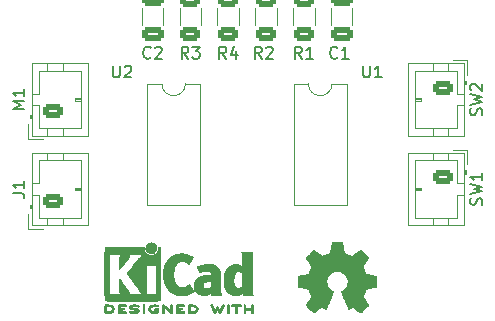
<source format=gto>
%TF.GenerationSoftware,KiCad,Pcbnew,6.0.11-2627ca5db0~126~ubuntu22.04.1*%
%TF.CreationDate,2023-02-23T11:24:01+01:00*%
%TF.ProjectId,motordriver,6d6f746f-7264-4726-9976-65722e6b6963,rev?*%
%TF.SameCoordinates,Original*%
%TF.FileFunction,Legend,Top*%
%TF.FilePolarity,Positive*%
%FSLAX46Y46*%
G04 Gerber Fmt 4.6, Leading zero omitted, Abs format (unit mm)*
G04 Created by KiCad (PCBNEW 6.0.11-2627ca5db0~126~ubuntu22.04.1) date 2023-02-23 11:24:01*
%MOMM*%
%LPD*%
G01*
G04 APERTURE LIST*
G04 Aperture macros list*
%AMRoundRect*
0 Rectangle with rounded corners*
0 $1 Rounding radius*
0 $2 $3 $4 $5 $6 $7 $8 $9 X,Y pos of 4 corners*
0 Add a 4 corners polygon primitive as box body*
4,1,4,$2,$3,$4,$5,$6,$7,$8,$9,$2,$3,0*
0 Add four circle primitives for the rounded corners*
1,1,$1+$1,$2,$3*
1,1,$1+$1,$4,$5*
1,1,$1+$1,$6,$7*
1,1,$1+$1,$8,$9*
0 Add four rect primitives between the rounded corners*
20,1,$1+$1,$2,$3,$4,$5,0*
20,1,$1+$1,$4,$5,$6,$7,0*
20,1,$1+$1,$6,$7,$8,$9,0*
20,1,$1+$1,$8,$9,$2,$3,0*%
G04 Aperture macros list end*
%ADD10C,0.150000*%
%ADD11C,0.010000*%
%ADD12C,0.120000*%
%ADD13RoundRect,0.250000X-0.625000X0.350000X-0.625000X-0.350000X0.625000X-0.350000X0.625000X0.350000X0*%
%ADD14O,1.750000X1.200000*%
%ADD15RoundRect,0.250000X-0.625000X0.312500X-0.625000X-0.312500X0.625000X-0.312500X0.625000X0.312500X0*%
%ADD16R,2.400000X1.600000*%
%ADD17O,2.400000X1.600000*%
%ADD18C,0.800000*%
%ADD19C,6.400000*%
%ADD20RoundRect,0.250000X0.625000X-0.350000X0.625000X0.350000X-0.625000X0.350000X-0.625000X-0.350000X0*%
%ADD21RoundRect,0.250000X0.650000X-0.325000X0.650000X0.325000X-0.650000X0.325000X-0.650000X-0.325000X0*%
G04 APERTURE END LIST*
D10*
%TO.C,SW1*%
X159654761Y-108248333D02*
X159702380Y-108105476D01*
X159702380Y-107867380D01*
X159654761Y-107772142D01*
X159607142Y-107724523D01*
X159511904Y-107676904D01*
X159416666Y-107676904D01*
X159321428Y-107724523D01*
X159273809Y-107772142D01*
X159226190Y-107867380D01*
X159178571Y-108057857D01*
X159130952Y-108153095D01*
X159083333Y-108200714D01*
X158988095Y-108248333D01*
X158892857Y-108248333D01*
X158797619Y-108200714D01*
X158750000Y-108153095D01*
X158702380Y-108057857D01*
X158702380Y-107819761D01*
X158750000Y-107676904D01*
X158702380Y-107343571D02*
X159702380Y-107105476D01*
X158988095Y-106915000D01*
X159702380Y-106724523D01*
X158702380Y-106486428D01*
X159702380Y-105581666D02*
X159702380Y-106153095D01*
X159702380Y-105867380D02*
X158702380Y-105867380D01*
X158845238Y-105962619D01*
X158940476Y-106057857D01*
X158988095Y-106153095D01*
%TO.C,R3*%
X134833333Y-95852380D02*
X134500000Y-95376190D01*
X134261904Y-95852380D02*
X134261904Y-94852380D01*
X134642857Y-94852380D01*
X134738095Y-94900000D01*
X134785714Y-94947619D01*
X134833333Y-95042857D01*
X134833333Y-95185714D01*
X134785714Y-95280952D01*
X134738095Y-95328571D01*
X134642857Y-95376190D01*
X134261904Y-95376190D01*
X135166666Y-94852380D02*
X135785714Y-94852380D01*
X135452380Y-95233333D01*
X135595238Y-95233333D01*
X135690476Y-95280952D01*
X135738095Y-95328571D01*
X135785714Y-95423809D01*
X135785714Y-95661904D01*
X135738095Y-95757142D01*
X135690476Y-95804761D01*
X135595238Y-95852380D01*
X135309523Y-95852380D01*
X135214285Y-95804761D01*
X135166666Y-95757142D01*
%TO.C,U1*%
X149638095Y-96452380D02*
X149638095Y-97261904D01*
X149685714Y-97357142D01*
X149733333Y-97404761D01*
X149828571Y-97452380D01*
X150019047Y-97452380D01*
X150114285Y-97404761D01*
X150161904Y-97357142D01*
X150209523Y-97261904D01*
X150209523Y-96452380D01*
X151209523Y-97452380D02*
X150638095Y-97452380D01*
X150923809Y-97452380D02*
X150923809Y-96452380D01*
X150828571Y-96595238D01*
X150733333Y-96690476D01*
X150638095Y-96738095D01*
%TO.C,M1*%
X120952380Y-100124523D02*
X119952380Y-100124523D01*
X120666666Y-99791190D01*
X119952380Y-99457857D01*
X120952380Y-99457857D01*
X120952380Y-98457857D02*
X120952380Y-99029285D01*
X120952380Y-98743571D02*
X119952380Y-98743571D01*
X120095238Y-98838809D01*
X120190476Y-98934047D01*
X120238095Y-99029285D01*
%TO.C,R4*%
X138033333Y-95852380D02*
X137700000Y-95376190D01*
X137461904Y-95852380D02*
X137461904Y-94852380D01*
X137842857Y-94852380D01*
X137938095Y-94900000D01*
X137985714Y-94947619D01*
X138033333Y-95042857D01*
X138033333Y-95185714D01*
X137985714Y-95280952D01*
X137938095Y-95328571D01*
X137842857Y-95376190D01*
X137461904Y-95376190D01*
X138890476Y-95185714D02*
X138890476Y-95852380D01*
X138652380Y-94804761D02*
X138414285Y-95519047D01*
X139033333Y-95519047D01*
%TO.C,C2*%
X131633333Y-95757142D02*
X131585714Y-95804761D01*
X131442857Y-95852380D01*
X131347619Y-95852380D01*
X131204761Y-95804761D01*
X131109523Y-95709523D01*
X131061904Y-95614285D01*
X131014285Y-95423809D01*
X131014285Y-95280952D01*
X131061904Y-95090476D01*
X131109523Y-94995238D01*
X131204761Y-94900000D01*
X131347619Y-94852380D01*
X131442857Y-94852380D01*
X131585714Y-94900000D01*
X131633333Y-94947619D01*
X132014285Y-94947619D02*
X132061904Y-94900000D01*
X132157142Y-94852380D01*
X132395238Y-94852380D01*
X132490476Y-94900000D01*
X132538095Y-94947619D01*
X132585714Y-95042857D01*
X132585714Y-95138095D01*
X132538095Y-95280952D01*
X131966666Y-95852380D01*
X132585714Y-95852380D01*
%TO.C,U2*%
X128438095Y-96452380D02*
X128438095Y-97261904D01*
X128485714Y-97357142D01*
X128533333Y-97404761D01*
X128628571Y-97452380D01*
X128819047Y-97452380D01*
X128914285Y-97404761D01*
X128961904Y-97357142D01*
X129009523Y-97261904D01*
X129009523Y-96452380D01*
X129438095Y-96547619D02*
X129485714Y-96500000D01*
X129580952Y-96452380D01*
X129819047Y-96452380D01*
X129914285Y-96500000D01*
X129961904Y-96547619D01*
X130009523Y-96642857D01*
X130009523Y-96738095D01*
X129961904Y-96880952D01*
X129390476Y-97452380D01*
X130009523Y-97452380D01*
%TO.C,R2*%
X141033333Y-95852380D02*
X140700000Y-95376190D01*
X140461904Y-95852380D02*
X140461904Y-94852380D01*
X140842857Y-94852380D01*
X140938095Y-94900000D01*
X140985714Y-94947619D01*
X141033333Y-95042857D01*
X141033333Y-95185714D01*
X140985714Y-95280952D01*
X140938095Y-95328571D01*
X140842857Y-95376190D01*
X140461904Y-95376190D01*
X141414285Y-94947619D02*
X141461904Y-94900000D01*
X141557142Y-94852380D01*
X141795238Y-94852380D01*
X141890476Y-94900000D01*
X141938095Y-94947619D01*
X141985714Y-95042857D01*
X141985714Y-95138095D01*
X141938095Y-95280952D01*
X141366666Y-95852380D01*
X141985714Y-95852380D01*
%TO.C,SW2*%
X159654761Y-100648333D02*
X159702380Y-100505476D01*
X159702380Y-100267380D01*
X159654761Y-100172142D01*
X159607142Y-100124523D01*
X159511904Y-100076904D01*
X159416666Y-100076904D01*
X159321428Y-100124523D01*
X159273809Y-100172142D01*
X159226190Y-100267380D01*
X159178571Y-100457857D01*
X159130952Y-100553095D01*
X159083333Y-100600714D01*
X158988095Y-100648333D01*
X158892857Y-100648333D01*
X158797619Y-100600714D01*
X158750000Y-100553095D01*
X158702380Y-100457857D01*
X158702380Y-100219761D01*
X158750000Y-100076904D01*
X158702380Y-99743571D02*
X159702380Y-99505476D01*
X158988095Y-99315000D01*
X159702380Y-99124523D01*
X158702380Y-98886428D01*
X158797619Y-98553095D02*
X158750000Y-98505476D01*
X158702380Y-98410238D01*
X158702380Y-98172142D01*
X158750000Y-98076904D01*
X158797619Y-98029285D01*
X158892857Y-97981666D01*
X158988095Y-97981666D01*
X159130952Y-98029285D01*
X159702380Y-98600714D01*
X159702380Y-97981666D01*
%TO.C,C1*%
X147433333Y-95757142D02*
X147385714Y-95804761D01*
X147242857Y-95852380D01*
X147147619Y-95852380D01*
X147004761Y-95804761D01*
X146909523Y-95709523D01*
X146861904Y-95614285D01*
X146814285Y-95423809D01*
X146814285Y-95280952D01*
X146861904Y-95090476D01*
X146909523Y-94995238D01*
X147004761Y-94900000D01*
X147147619Y-94852380D01*
X147242857Y-94852380D01*
X147385714Y-94900000D01*
X147433333Y-94947619D01*
X148385714Y-95852380D02*
X147814285Y-95852380D01*
X148100000Y-95852380D02*
X148100000Y-94852380D01*
X148004761Y-94995238D01*
X147909523Y-95090476D01*
X147814285Y-95138095D01*
%TO.C,J1*%
X119952380Y-107248333D02*
X120666666Y-107248333D01*
X120809523Y-107295952D01*
X120904761Y-107391190D01*
X120952380Y-107534047D01*
X120952380Y-107629285D01*
X120952380Y-106248333D02*
X120952380Y-106819761D01*
X120952380Y-106534047D02*
X119952380Y-106534047D01*
X120095238Y-106629285D01*
X120190476Y-106724523D01*
X120238095Y-106819761D01*
%TO.C,R1*%
X144433333Y-95852380D02*
X144100000Y-95376190D01*
X143861904Y-95852380D02*
X143861904Y-94852380D01*
X144242857Y-94852380D01*
X144338095Y-94900000D01*
X144385714Y-94947619D01*
X144433333Y-95042857D01*
X144433333Y-95185714D01*
X144385714Y-95280952D01*
X144338095Y-95328571D01*
X144242857Y-95376190D01*
X143861904Y-95376190D01*
X145385714Y-95852380D02*
X144814285Y-95852380D01*
X145100000Y-95852380D02*
X145100000Y-94852380D01*
X145004761Y-94995238D01*
X144909523Y-95090476D01*
X144814285Y-95138095D01*
%TO.C,REF\u002A\u002A*%
G36*
X147955814Y-111868931D02*
G01*
X148039635Y-112313555D01*
X148348920Y-112441053D01*
X148658206Y-112568551D01*
X149029246Y-112316246D01*
X149133157Y-112245996D01*
X149227087Y-112183272D01*
X149306652Y-112130938D01*
X149367470Y-112091857D01*
X149405157Y-112068893D01*
X149415421Y-112063942D01*
X149433910Y-112076676D01*
X149473420Y-112111882D01*
X149529522Y-112165062D01*
X149597787Y-112231718D01*
X149673786Y-112307354D01*
X149753092Y-112387472D01*
X149831275Y-112467574D01*
X149903907Y-112543164D01*
X149966559Y-112609745D01*
X150014803Y-112662818D01*
X150044210Y-112697887D01*
X150051241Y-112709623D01*
X150041123Y-112731260D01*
X150012759Y-112778662D01*
X149969129Y-112847193D01*
X149913218Y-112932215D01*
X149848006Y-113029093D01*
X149810219Y-113084350D01*
X149741343Y-113185248D01*
X149680140Y-113276299D01*
X149629578Y-113352970D01*
X149592628Y-113410728D01*
X149572258Y-113445043D01*
X149569197Y-113452254D01*
X149576136Y-113472748D01*
X149595051Y-113520513D01*
X149623087Y-113588832D01*
X149657391Y-113670989D01*
X149695109Y-113760270D01*
X149733387Y-113849958D01*
X149769370Y-113933338D01*
X149800206Y-114003694D01*
X149823039Y-114054310D01*
X149835017Y-114078471D01*
X149835724Y-114079422D01*
X149854531Y-114084036D01*
X149904618Y-114094328D01*
X149980793Y-114109287D01*
X150077865Y-114127901D01*
X150190643Y-114149159D01*
X150256442Y-114161418D01*
X150376950Y-114184362D01*
X150485797Y-114206195D01*
X150577476Y-114225722D01*
X150646481Y-114241748D01*
X150687304Y-114253079D01*
X150695511Y-114256674D01*
X150703548Y-114281006D01*
X150710033Y-114335959D01*
X150714970Y-114415108D01*
X150718364Y-114512026D01*
X150720218Y-114620287D01*
X150720538Y-114733465D01*
X150719327Y-114845135D01*
X150716590Y-114948868D01*
X150712331Y-115038241D01*
X150706555Y-115106826D01*
X150699267Y-115148197D01*
X150694895Y-115156810D01*
X150668764Y-115167133D01*
X150613393Y-115181892D01*
X150536107Y-115199352D01*
X150444230Y-115217780D01*
X150412158Y-115223741D01*
X150257524Y-115252066D01*
X150135375Y-115274876D01*
X150041673Y-115293080D01*
X149972384Y-115307583D01*
X149923471Y-115319292D01*
X149890897Y-115329115D01*
X149870628Y-115337956D01*
X149858626Y-115346724D01*
X149856947Y-115348457D01*
X149840184Y-115376371D01*
X149814614Y-115430695D01*
X149782788Y-115504777D01*
X149747260Y-115591965D01*
X149710583Y-115685608D01*
X149675311Y-115779052D01*
X149643996Y-115865647D01*
X149619193Y-115938740D01*
X149603454Y-115991678D01*
X149599332Y-116017811D01*
X149599676Y-116018726D01*
X149613641Y-116040086D01*
X149645322Y-116087084D01*
X149691391Y-116154827D01*
X149748518Y-116238423D01*
X149813373Y-116332982D01*
X149831843Y-116359854D01*
X149897699Y-116457275D01*
X149955650Y-116546163D01*
X150002538Y-116621412D01*
X150035207Y-116677920D01*
X150050500Y-116710581D01*
X150051241Y-116714593D01*
X150038392Y-116735684D01*
X150002888Y-116777464D01*
X149949293Y-116835445D01*
X149882171Y-116905135D01*
X149806087Y-116982045D01*
X149725604Y-117061683D01*
X149645287Y-117139561D01*
X149569699Y-117211186D01*
X149503405Y-117272070D01*
X149450969Y-117317721D01*
X149416955Y-117343650D01*
X149407545Y-117347883D01*
X149385643Y-117337912D01*
X149340800Y-117311020D01*
X149280321Y-117271736D01*
X149233789Y-117240117D01*
X149149475Y-117182098D01*
X149049626Y-117113784D01*
X148949473Y-117045579D01*
X148895627Y-117009075D01*
X148713371Y-116885800D01*
X148560381Y-116968520D01*
X148490682Y-117004759D01*
X148431414Y-117032926D01*
X148391311Y-117048991D01*
X148381103Y-117051226D01*
X148368829Y-117034722D01*
X148344613Y-116988082D01*
X148310263Y-116915609D01*
X148267588Y-116821606D01*
X148218394Y-116710374D01*
X148164490Y-116586215D01*
X148107684Y-116453432D01*
X148049782Y-116316327D01*
X147992593Y-116179202D01*
X147937924Y-116046358D01*
X147887584Y-115922098D01*
X147843380Y-115810725D01*
X147807119Y-115716539D01*
X147780609Y-115643844D01*
X147765658Y-115596941D01*
X147763254Y-115580833D01*
X147782311Y-115560286D01*
X147824036Y-115526933D01*
X147879706Y-115487702D01*
X147884378Y-115484599D01*
X148028264Y-115369423D01*
X148144283Y-115235053D01*
X148231430Y-115085784D01*
X148288699Y-114925913D01*
X148315086Y-114759737D01*
X148309585Y-114591552D01*
X148271190Y-114425655D01*
X148198895Y-114266342D01*
X148177626Y-114231487D01*
X148066996Y-114090737D01*
X147936302Y-113977714D01*
X147790064Y-113893003D01*
X147632808Y-113837194D01*
X147469057Y-113810874D01*
X147303333Y-113814630D01*
X147140162Y-113849050D01*
X146984065Y-113914723D01*
X146839567Y-114012235D01*
X146794869Y-114051813D01*
X146681112Y-114175703D01*
X146598218Y-114306124D01*
X146541356Y-114452315D01*
X146509687Y-114597088D01*
X146501869Y-114759860D01*
X146527938Y-114923440D01*
X146585245Y-115082298D01*
X146671144Y-115230906D01*
X146782986Y-115363735D01*
X146918123Y-115475256D01*
X146935883Y-115487011D01*
X146992150Y-115525508D01*
X147034923Y-115558863D01*
X147055372Y-115580160D01*
X147055669Y-115580833D01*
X147051279Y-115603871D01*
X147033876Y-115656157D01*
X147005268Y-115733390D01*
X146967265Y-115831268D01*
X146921674Y-115945491D01*
X146870303Y-116071758D01*
X146814962Y-116205767D01*
X146757458Y-116343218D01*
X146699601Y-116479808D01*
X146643198Y-116611237D01*
X146590058Y-116733205D01*
X146541990Y-116841409D01*
X146500801Y-116931549D01*
X146468301Y-116999323D01*
X146446297Y-117040430D01*
X146437436Y-117051226D01*
X146410360Y-117042819D01*
X146359697Y-117020272D01*
X146294183Y-116987613D01*
X146258159Y-116968520D01*
X146105168Y-116885800D01*
X145922912Y-117009075D01*
X145829875Y-117072228D01*
X145728015Y-117141727D01*
X145632562Y-117207165D01*
X145584750Y-117240117D01*
X145517505Y-117285273D01*
X145460564Y-117321057D01*
X145421354Y-117342938D01*
X145408619Y-117347563D01*
X145390083Y-117335085D01*
X145349059Y-117300252D01*
X145289525Y-117246678D01*
X145215458Y-117177983D01*
X145130835Y-117097781D01*
X145077315Y-117046286D01*
X144983681Y-116954286D01*
X144902759Y-116871999D01*
X144837823Y-116802945D01*
X144792142Y-116750644D01*
X144768989Y-116718616D01*
X144766768Y-116712116D01*
X144777076Y-116687394D01*
X144805561Y-116637405D01*
X144849063Y-116567212D01*
X144904423Y-116481875D01*
X144968480Y-116386456D01*
X144986697Y-116359854D01*
X145053073Y-116263167D01*
X145112622Y-116176117D01*
X145162016Y-116103595D01*
X145197925Y-116050493D01*
X145217019Y-116021703D01*
X145218864Y-116018726D01*
X145216105Y-115995782D01*
X145201462Y-115945336D01*
X145177487Y-115874041D01*
X145146734Y-115788547D01*
X145111756Y-115695507D01*
X145075107Y-115601574D01*
X145039339Y-115513399D01*
X145007006Y-115437634D01*
X144980662Y-115380931D01*
X144962858Y-115349943D01*
X144961593Y-115348457D01*
X144950706Y-115339601D01*
X144932318Y-115330843D01*
X144902394Y-115321277D01*
X144856897Y-115309996D01*
X144791791Y-115296093D01*
X144703039Y-115278663D01*
X144586607Y-115256798D01*
X144438458Y-115229591D01*
X144406382Y-115223741D01*
X144311314Y-115205374D01*
X144228435Y-115187405D01*
X144165070Y-115171569D01*
X144128542Y-115159600D01*
X144123644Y-115156810D01*
X144115573Y-115132072D01*
X144109013Y-115076790D01*
X144103967Y-114997389D01*
X144100441Y-114900296D01*
X144098439Y-114791938D01*
X144097964Y-114678740D01*
X144099023Y-114567128D01*
X144101618Y-114463529D01*
X144105754Y-114374368D01*
X144111437Y-114306072D01*
X144118669Y-114265066D01*
X144123029Y-114256674D01*
X144147302Y-114248208D01*
X144202574Y-114234435D01*
X144283338Y-114216550D01*
X144384088Y-114195748D01*
X144499317Y-114173223D01*
X144562098Y-114161418D01*
X144681213Y-114139151D01*
X144787435Y-114118979D01*
X144875573Y-114101915D01*
X144940434Y-114088969D01*
X144976826Y-114081155D01*
X144982816Y-114079422D01*
X144992939Y-114059890D01*
X145014338Y-114012843D01*
X145044161Y-113945003D01*
X145079555Y-113863091D01*
X145117668Y-113773828D01*
X145155647Y-113683935D01*
X145190640Y-113600135D01*
X145219794Y-113529147D01*
X145240257Y-113477694D01*
X145249177Y-113452497D01*
X145249343Y-113451396D01*
X145239231Y-113431519D01*
X145210883Y-113385777D01*
X145167277Y-113318717D01*
X145111394Y-113234884D01*
X145046213Y-113138826D01*
X145008321Y-113083650D01*
X144939275Y-112982481D01*
X144877950Y-112890630D01*
X144827337Y-112812744D01*
X144790429Y-112753469D01*
X144770218Y-112717451D01*
X144767299Y-112709377D01*
X144779847Y-112690584D01*
X144814537Y-112650457D01*
X144866937Y-112593493D01*
X144932616Y-112524185D01*
X145007144Y-112447031D01*
X145086087Y-112366525D01*
X145165017Y-112287163D01*
X145239500Y-112213440D01*
X145305106Y-112149852D01*
X145357404Y-112100894D01*
X145391961Y-112071061D01*
X145403522Y-112063942D01*
X145422346Y-112073953D01*
X145467369Y-112102078D01*
X145534213Y-112145454D01*
X145618501Y-112201218D01*
X145715856Y-112266506D01*
X145789293Y-112316246D01*
X146160333Y-112568551D01*
X146778905Y-112313555D01*
X146862725Y-111868931D01*
X146946546Y-111424307D01*
X147871994Y-111424307D01*
X147955814Y-111868931D01*
G37*
D11*
X147955814Y-111868931D02*
X148039635Y-112313555D01*
X148348920Y-112441053D01*
X148658206Y-112568551D01*
X149029246Y-112316246D01*
X149133157Y-112245996D01*
X149227087Y-112183272D01*
X149306652Y-112130938D01*
X149367470Y-112091857D01*
X149405157Y-112068893D01*
X149415421Y-112063942D01*
X149433910Y-112076676D01*
X149473420Y-112111882D01*
X149529522Y-112165062D01*
X149597787Y-112231718D01*
X149673786Y-112307354D01*
X149753092Y-112387472D01*
X149831275Y-112467574D01*
X149903907Y-112543164D01*
X149966559Y-112609745D01*
X150014803Y-112662818D01*
X150044210Y-112697887D01*
X150051241Y-112709623D01*
X150041123Y-112731260D01*
X150012759Y-112778662D01*
X149969129Y-112847193D01*
X149913218Y-112932215D01*
X149848006Y-113029093D01*
X149810219Y-113084350D01*
X149741343Y-113185248D01*
X149680140Y-113276299D01*
X149629578Y-113352970D01*
X149592628Y-113410728D01*
X149572258Y-113445043D01*
X149569197Y-113452254D01*
X149576136Y-113472748D01*
X149595051Y-113520513D01*
X149623087Y-113588832D01*
X149657391Y-113670989D01*
X149695109Y-113760270D01*
X149733387Y-113849958D01*
X149769370Y-113933338D01*
X149800206Y-114003694D01*
X149823039Y-114054310D01*
X149835017Y-114078471D01*
X149835724Y-114079422D01*
X149854531Y-114084036D01*
X149904618Y-114094328D01*
X149980793Y-114109287D01*
X150077865Y-114127901D01*
X150190643Y-114149159D01*
X150256442Y-114161418D01*
X150376950Y-114184362D01*
X150485797Y-114206195D01*
X150577476Y-114225722D01*
X150646481Y-114241748D01*
X150687304Y-114253079D01*
X150695511Y-114256674D01*
X150703548Y-114281006D01*
X150710033Y-114335959D01*
X150714970Y-114415108D01*
X150718364Y-114512026D01*
X150720218Y-114620287D01*
X150720538Y-114733465D01*
X150719327Y-114845135D01*
X150716590Y-114948868D01*
X150712331Y-115038241D01*
X150706555Y-115106826D01*
X150699267Y-115148197D01*
X150694895Y-115156810D01*
X150668764Y-115167133D01*
X150613393Y-115181892D01*
X150536107Y-115199352D01*
X150444230Y-115217780D01*
X150412158Y-115223741D01*
X150257524Y-115252066D01*
X150135375Y-115274876D01*
X150041673Y-115293080D01*
X149972384Y-115307583D01*
X149923471Y-115319292D01*
X149890897Y-115329115D01*
X149870628Y-115337956D01*
X149858626Y-115346724D01*
X149856947Y-115348457D01*
X149840184Y-115376371D01*
X149814614Y-115430695D01*
X149782788Y-115504777D01*
X149747260Y-115591965D01*
X149710583Y-115685608D01*
X149675311Y-115779052D01*
X149643996Y-115865647D01*
X149619193Y-115938740D01*
X149603454Y-115991678D01*
X149599332Y-116017811D01*
X149599676Y-116018726D01*
X149613641Y-116040086D01*
X149645322Y-116087084D01*
X149691391Y-116154827D01*
X149748518Y-116238423D01*
X149813373Y-116332982D01*
X149831843Y-116359854D01*
X149897699Y-116457275D01*
X149955650Y-116546163D01*
X150002538Y-116621412D01*
X150035207Y-116677920D01*
X150050500Y-116710581D01*
X150051241Y-116714593D01*
X150038392Y-116735684D01*
X150002888Y-116777464D01*
X149949293Y-116835445D01*
X149882171Y-116905135D01*
X149806087Y-116982045D01*
X149725604Y-117061683D01*
X149645287Y-117139561D01*
X149569699Y-117211186D01*
X149503405Y-117272070D01*
X149450969Y-117317721D01*
X149416955Y-117343650D01*
X149407545Y-117347883D01*
X149385643Y-117337912D01*
X149340800Y-117311020D01*
X149280321Y-117271736D01*
X149233789Y-117240117D01*
X149149475Y-117182098D01*
X149049626Y-117113784D01*
X148949473Y-117045579D01*
X148895627Y-117009075D01*
X148713371Y-116885800D01*
X148560381Y-116968520D01*
X148490682Y-117004759D01*
X148431414Y-117032926D01*
X148391311Y-117048991D01*
X148381103Y-117051226D01*
X148368829Y-117034722D01*
X148344613Y-116988082D01*
X148310263Y-116915609D01*
X148267588Y-116821606D01*
X148218394Y-116710374D01*
X148164490Y-116586215D01*
X148107684Y-116453432D01*
X148049782Y-116316327D01*
X147992593Y-116179202D01*
X147937924Y-116046358D01*
X147887584Y-115922098D01*
X147843380Y-115810725D01*
X147807119Y-115716539D01*
X147780609Y-115643844D01*
X147765658Y-115596941D01*
X147763254Y-115580833D01*
X147782311Y-115560286D01*
X147824036Y-115526933D01*
X147879706Y-115487702D01*
X147884378Y-115484599D01*
X148028264Y-115369423D01*
X148144283Y-115235053D01*
X148231430Y-115085784D01*
X148288699Y-114925913D01*
X148315086Y-114759737D01*
X148309585Y-114591552D01*
X148271190Y-114425655D01*
X148198895Y-114266342D01*
X148177626Y-114231487D01*
X148066996Y-114090737D01*
X147936302Y-113977714D01*
X147790064Y-113893003D01*
X147632808Y-113837194D01*
X147469057Y-113810874D01*
X147303333Y-113814630D01*
X147140162Y-113849050D01*
X146984065Y-113914723D01*
X146839567Y-114012235D01*
X146794869Y-114051813D01*
X146681112Y-114175703D01*
X146598218Y-114306124D01*
X146541356Y-114452315D01*
X146509687Y-114597088D01*
X146501869Y-114759860D01*
X146527938Y-114923440D01*
X146585245Y-115082298D01*
X146671144Y-115230906D01*
X146782986Y-115363735D01*
X146918123Y-115475256D01*
X146935883Y-115487011D01*
X146992150Y-115525508D01*
X147034923Y-115558863D01*
X147055372Y-115580160D01*
X147055669Y-115580833D01*
X147051279Y-115603871D01*
X147033876Y-115656157D01*
X147005268Y-115733390D01*
X146967265Y-115831268D01*
X146921674Y-115945491D01*
X146870303Y-116071758D01*
X146814962Y-116205767D01*
X146757458Y-116343218D01*
X146699601Y-116479808D01*
X146643198Y-116611237D01*
X146590058Y-116733205D01*
X146541990Y-116841409D01*
X146500801Y-116931549D01*
X146468301Y-116999323D01*
X146446297Y-117040430D01*
X146437436Y-117051226D01*
X146410360Y-117042819D01*
X146359697Y-117020272D01*
X146294183Y-116987613D01*
X146258159Y-116968520D01*
X146105168Y-116885800D01*
X145922912Y-117009075D01*
X145829875Y-117072228D01*
X145728015Y-117141727D01*
X145632562Y-117207165D01*
X145584750Y-117240117D01*
X145517505Y-117285273D01*
X145460564Y-117321057D01*
X145421354Y-117342938D01*
X145408619Y-117347563D01*
X145390083Y-117335085D01*
X145349059Y-117300252D01*
X145289525Y-117246678D01*
X145215458Y-117177983D01*
X145130835Y-117097781D01*
X145077315Y-117046286D01*
X144983681Y-116954286D01*
X144902759Y-116871999D01*
X144837823Y-116802945D01*
X144792142Y-116750644D01*
X144768989Y-116718616D01*
X144766768Y-116712116D01*
X144777076Y-116687394D01*
X144805561Y-116637405D01*
X144849063Y-116567212D01*
X144904423Y-116481875D01*
X144968480Y-116386456D01*
X144986697Y-116359854D01*
X145053073Y-116263167D01*
X145112622Y-116176117D01*
X145162016Y-116103595D01*
X145197925Y-116050493D01*
X145217019Y-116021703D01*
X145218864Y-116018726D01*
X145216105Y-115995782D01*
X145201462Y-115945336D01*
X145177487Y-115874041D01*
X145146734Y-115788547D01*
X145111756Y-115695507D01*
X145075107Y-115601574D01*
X145039339Y-115513399D01*
X145007006Y-115437634D01*
X144980662Y-115380931D01*
X144962858Y-115349943D01*
X144961593Y-115348457D01*
X144950706Y-115339601D01*
X144932318Y-115330843D01*
X144902394Y-115321277D01*
X144856897Y-115309996D01*
X144791791Y-115296093D01*
X144703039Y-115278663D01*
X144586607Y-115256798D01*
X144438458Y-115229591D01*
X144406382Y-115223741D01*
X144311314Y-115205374D01*
X144228435Y-115187405D01*
X144165070Y-115171569D01*
X144128542Y-115159600D01*
X144123644Y-115156810D01*
X144115573Y-115132072D01*
X144109013Y-115076790D01*
X144103967Y-114997389D01*
X144100441Y-114900296D01*
X144098439Y-114791938D01*
X144097964Y-114678740D01*
X144099023Y-114567128D01*
X144101618Y-114463529D01*
X144105754Y-114374368D01*
X144111437Y-114306072D01*
X144118669Y-114265066D01*
X144123029Y-114256674D01*
X144147302Y-114248208D01*
X144202574Y-114234435D01*
X144283338Y-114216550D01*
X144384088Y-114195748D01*
X144499317Y-114173223D01*
X144562098Y-114161418D01*
X144681213Y-114139151D01*
X144787435Y-114118979D01*
X144875573Y-114101915D01*
X144940434Y-114088969D01*
X144976826Y-114081155D01*
X144982816Y-114079422D01*
X144992939Y-114059890D01*
X145014338Y-114012843D01*
X145044161Y-113945003D01*
X145079555Y-113863091D01*
X145117668Y-113773828D01*
X145155647Y-113683935D01*
X145190640Y-113600135D01*
X145219794Y-113529147D01*
X145240257Y-113477694D01*
X145249177Y-113452497D01*
X145249343Y-113451396D01*
X145239231Y-113431519D01*
X145210883Y-113385777D01*
X145167277Y-113318717D01*
X145111394Y-113234884D01*
X145046213Y-113138826D01*
X145008321Y-113083650D01*
X144939275Y-112982481D01*
X144877950Y-112890630D01*
X144827337Y-112812744D01*
X144790429Y-112753469D01*
X144770218Y-112717451D01*
X144767299Y-112709377D01*
X144779847Y-112690584D01*
X144814537Y-112650457D01*
X144866937Y-112593493D01*
X144932616Y-112524185D01*
X145007144Y-112447031D01*
X145086087Y-112366525D01*
X145165017Y-112287163D01*
X145239500Y-112213440D01*
X145305106Y-112149852D01*
X145357404Y-112100894D01*
X145391961Y-112071061D01*
X145403522Y-112063942D01*
X145422346Y-112073953D01*
X145467369Y-112102078D01*
X145534213Y-112145454D01*
X145618501Y-112201218D01*
X145715856Y-112266506D01*
X145789293Y-112316246D01*
X146160333Y-112568551D01*
X146778905Y-112313555D01*
X146862725Y-111868931D01*
X146946546Y-111424307D01*
X147871994Y-111424307D01*
X147955814Y-111868931D01*
G36*
X134328429Y-112349071D02*
G01*
X134488570Y-112370245D01*
X134652510Y-112410385D01*
X134822313Y-112469889D01*
X135000043Y-112549154D01*
X135011310Y-112554699D01*
X135069005Y-112582725D01*
X135120552Y-112606802D01*
X135162191Y-112625249D01*
X135190162Y-112636386D01*
X135199733Y-112638933D01*
X135218950Y-112643941D01*
X135223561Y-112648147D01*
X135218458Y-112658580D01*
X135202418Y-112684868D01*
X135177288Y-112724257D01*
X135144914Y-112773991D01*
X135107143Y-112831315D01*
X135065822Y-112893476D01*
X135022798Y-112957718D01*
X134979917Y-113021285D01*
X134939026Y-113081425D01*
X134901971Y-113135380D01*
X134870600Y-113180397D01*
X134846759Y-113213721D01*
X134832294Y-113232597D01*
X134830309Y-113234787D01*
X134820191Y-113230138D01*
X134797850Y-113212962D01*
X134767280Y-113186440D01*
X134751536Y-113171964D01*
X134655047Y-113096682D01*
X134548336Y-113041241D01*
X134432832Y-113006141D01*
X134309962Y-112991880D01*
X134240561Y-112993051D01*
X134119423Y-113010212D01*
X134010205Y-113046094D01*
X133912582Y-113100959D01*
X133826228Y-113175070D01*
X133750815Y-113268688D01*
X133686018Y-113382076D01*
X133648601Y-113468667D01*
X133604748Y-113604366D01*
X133572428Y-113751850D01*
X133551557Y-113907314D01*
X133542051Y-114066956D01*
X133543827Y-114226973D01*
X133556803Y-114383561D01*
X133580894Y-114532918D01*
X133616018Y-114671240D01*
X133662092Y-114794724D01*
X133678373Y-114828978D01*
X133746620Y-114943064D01*
X133827079Y-115039557D01*
X133918570Y-115117670D01*
X134019911Y-115176617D01*
X134129920Y-115215612D01*
X134247415Y-115233868D01*
X134288883Y-115235211D01*
X134410441Y-115224290D01*
X134530878Y-115191474D01*
X134648666Y-115137439D01*
X134762277Y-115062865D01*
X134853685Y-114984539D01*
X134900215Y-114940008D01*
X135081483Y-115237271D01*
X135126580Y-115311433D01*
X135167819Y-115379646D01*
X135203735Y-115439459D01*
X135232866Y-115488420D01*
X135253750Y-115524079D01*
X135264924Y-115543984D01*
X135266375Y-115547079D01*
X135258146Y-115556718D01*
X135232567Y-115573999D01*
X135192873Y-115597283D01*
X135142297Y-115624934D01*
X135084074Y-115655315D01*
X135021437Y-115686790D01*
X134957621Y-115717722D01*
X134895860Y-115746473D01*
X134839388Y-115771408D01*
X134791438Y-115790889D01*
X134767986Y-115799318D01*
X134634221Y-115837133D01*
X134496327Y-115862136D01*
X134348622Y-115875140D01*
X134221833Y-115877468D01*
X134153878Y-115876373D01*
X134088277Y-115874275D01*
X134030847Y-115871434D01*
X133987403Y-115868106D01*
X133973298Y-115866422D01*
X133834284Y-115837587D01*
X133692757Y-115792468D01*
X133555275Y-115733750D01*
X133428394Y-115664120D01*
X133350889Y-115611441D01*
X133223481Y-115503239D01*
X133105178Y-115376671D01*
X132998172Y-115234866D01*
X132904652Y-115080951D01*
X132826810Y-114918053D01*
X132782956Y-114800756D01*
X132732708Y-114617128D01*
X132699209Y-114422581D01*
X132682449Y-114221325D01*
X132682416Y-114017568D01*
X132699101Y-113815521D01*
X132732493Y-113619392D01*
X132782580Y-113433391D01*
X132786397Y-113421803D01*
X132849281Y-113259750D01*
X132926028Y-113111832D01*
X133019242Y-112973865D01*
X133131527Y-112841661D01*
X133175392Y-112796399D01*
X133311534Y-112672457D01*
X133451491Y-112569915D01*
X133597411Y-112487656D01*
X133751442Y-112424564D01*
X133915732Y-112379523D01*
X134011289Y-112362033D01*
X134170023Y-112346466D01*
X134328429Y-112349071D01*
G37*
X134328429Y-112349071D02*
X134488570Y-112370245D01*
X134652510Y-112410385D01*
X134822313Y-112469889D01*
X135000043Y-112549154D01*
X135011310Y-112554699D01*
X135069005Y-112582725D01*
X135120552Y-112606802D01*
X135162191Y-112625249D01*
X135190162Y-112636386D01*
X135199733Y-112638933D01*
X135218950Y-112643941D01*
X135223561Y-112648147D01*
X135218458Y-112658580D01*
X135202418Y-112684868D01*
X135177288Y-112724257D01*
X135144914Y-112773991D01*
X135107143Y-112831315D01*
X135065822Y-112893476D01*
X135022798Y-112957718D01*
X134979917Y-113021285D01*
X134939026Y-113081425D01*
X134901971Y-113135380D01*
X134870600Y-113180397D01*
X134846759Y-113213721D01*
X134832294Y-113232597D01*
X134830309Y-113234787D01*
X134820191Y-113230138D01*
X134797850Y-113212962D01*
X134767280Y-113186440D01*
X134751536Y-113171964D01*
X134655047Y-113096682D01*
X134548336Y-113041241D01*
X134432832Y-113006141D01*
X134309962Y-112991880D01*
X134240561Y-112993051D01*
X134119423Y-113010212D01*
X134010205Y-113046094D01*
X133912582Y-113100959D01*
X133826228Y-113175070D01*
X133750815Y-113268688D01*
X133686018Y-113382076D01*
X133648601Y-113468667D01*
X133604748Y-113604366D01*
X133572428Y-113751850D01*
X133551557Y-113907314D01*
X133542051Y-114066956D01*
X133543827Y-114226973D01*
X133556803Y-114383561D01*
X133580894Y-114532918D01*
X133616018Y-114671240D01*
X133662092Y-114794724D01*
X133678373Y-114828978D01*
X133746620Y-114943064D01*
X133827079Y-115039557D01*
X133918570Y-115117670D01*
X134019911Y-115176617D01*
X134129920Y-115215612D01*
X134247415Y-115233868D01*
X134288883Y-115235211D01*
X134410441Y-115224290D01*
X134530878Y-115191474D01*
X134648666Y-115137439D01*
X134762277Y-115062865D01*
X134853685Y-114984539D01*
X134900215Y-114940008D01*
X135081483Y-115237271D01*
X135126580Y-115311433D01*
X135167819Y-115379646D01*
X135203735Y-115439459D01*
X135232866Y-115488420D01*
X135253750Y-115524079D01*
X135264924Y-115543984D01*
X135266375Y-115547079D01*
X135258146Y-115556718D01*
X135232567Y-115573999D01*
X135192873Y-115597283D01*
X135142297Y-115624934D01*
X135084074Y-115655315D01*
X135021437Y-115686790D01*
X134957621Y-115717722D01*
X134895860Y-115746473D01*
X134839388Y-115771408D01*
X134791438Y-115790889D01*
X134767986Y-115799318D01*
X134634221Y-115837133D01*
X134496327Y-115862136D01*
X134348622Y-115875140D01*
X134221833Y-115877468D01*
X134153878Y-115876373D01*
X134088277Y-115874275D01*
X134030847Y-115871434D01*
X133987403Y-115868106D01*
X133973298Y-115866422D01*
X133834284Y-115837587D01*
X133692757Y-115792468D01*
X133555275Y-115733750D01*
X133428394Y-115664120D01*
X133350889Y-115611441D01*
X133223481Y-115503239D01*
X133105178Y-115376671D01*
X132998172Y-115234866D01*
X132904652Y-115080951D01*
X132826810Y-114918053D01*
X132782956Y-114800756D01*
X132732708Y-114617128D01*
X132699209Y-114422581D01*
X132682449Y-114221325D01*
X132682416Y-114017568D01*
X132699101Y-113815521D01*
X132732493Y-113619392D01*
X132782580Y-113433391D01*
X132786397Y-113421803D01*
X132849281Y-113259750D01*
X132926028Y-113111832D01*
X133019242Y-112973865D01*
X133131527Y-112841661D01*
X133175392Y-112796399D01*
X133311534Y-112672457D01*
X133451491Y-112569915D01*
X133597411Y-112487656D01*
X133751442Y-112424564D01*
X133915732Y-112379523D01*
X134011289Y-112362033D01*
X134170023Y-112346466D01*
X134328429Y-112349071D01*
G36*
X134230343Y-116669260D02*
G01*
X134306701Y-116670174D01*
X134365217Y-116672311D01*
X134408255Y-116676175D01*
X134438183Y-116682267D01*
X134457368Y-116691090D01*
X134468176Y-116703146D01*
X134472973Y-116718939D01*
X134474127Y-116738970D01*
X134474133Y-116741335D01*
X134473131Y-116763992D01*
X134468396Y-116781503D01*
X134457333Y-116794574D01*
X134437348Y-116803913D01*
X134405846Y-116810227D01*
X134360232Y-116814222D01*
X134297913Y-116816606D01*
X134216293Y-116818086D01*
X134191277Y-116818414D01*
X133949200Y-116821467D01*
X133945814Y-116886378D01*
X133942429Y-116951289D01*
X134110576Y-116951289D01*
X134176266Y-116951531D01*
X134223172Y-116952556D01*
X134255083Y-116954811D01*
X134275791Y-116958742D01*
X134289084Y-116964798D01*
X134298755Y-116973424D01*
X134298817Y-116973493D01*
X134316356Y-117007112D01*
X134315722Y-117043448D01*
X134297314Y-117074423D01*
X134293671Y-117077607D01*
X134280741Y-117085812D01*
X134263024Y-117091521D01*
X134236570Y-117095162D01*
X134197432Y-117097167D01*
X134141662Y-117097964D01*
X134105994Y-117098045D01*
X133943555Y-117098045D01*
X133943555Y-117256089D01*
X134190161Y-117256089D01*
X134271580Y-117256231D01*
X134333410Y-117256814D01*
X134378637Y-117258068D01*
X134410248Y-117260227D01*
X134431231Y-117263523D01*
X134444573Y-117268189D01*
X134453261Y-117274457D01*
X134455450Y-117276733D01*
X134471614Y-117308280D01*
X134472797Y-117344168D01*
X134459536Y-117375285D01*
X134449043Y-117385271D01*
X134438129Y-117390769D01*
X134421217Y-117395022D01*
X134395633Y-117398180D01*
X134358701Y-117400392D01*
X134307746Y-117401806D01*
X134240094Y-117402572D01*
X134153069Y-117402838D01*
X134133394Y-117402845D01*
X134044911Y-117402787D01*
X133976227Y-117402467D01*
X133924564Y-117401667D01*
X133887145Y-117400167D01*
X133861190Y-117397749D01*
X133843922Y-117394194D01*
X133832562Y-117389282D01*
X133824332Y-117382795D01*
X133819817Y-117378138D01*
X133813021Y-117369889D01*
X133807712Y-117359669D01*
X133803706Y-117344800D01*
X133800821Y-117322602D01*
X133798874Y-117290393D01*
X133797681Y-117245496D01*
X133797061Y-117185228D01*
X133796829Y-117106911D01*
X133796800Y-117040994D01*
X133796871Y-116948628D01*
X133797208Y-116876117D01*
X133797998Y-116820737D01*
X133799426Y-116779765D01*
X133801679Y-116750478D01*
X133804943Y-116730153D01*
X133809404Y-116716066D01*
X133815248Y-116705495D01*
X133820197Y-116698811D01*
X133843594Y-116669067D01*
X134133774Y-116669067D01*
X134230343Y-116669260D01*
G37*
X134230343Y-116669260D02*
X134306701Y-116670174D01*
X134365217Y-116672311D01*
X134408255Y-116676175D01*
X134438183Y-116682267D01*
X134457368Y-116691090D01*
X134468176Y-116703146D01*
X134472973Y-116718939D01*
X134474127Y-116738970D01*
X134474133Y-116741335D01*
X134473131Y-116763992D01*
X134468396Y-116781503D01*
X134457333Y-116794574D01*
X134437348Y-116803913D01*
X134405846Y-116810227D01*
X134360232Y-116814222D01*
X134297913Y-116816606D01*
X134216293Y-116818086D01*
X134191277Y-116818414D01*
X133949200Y-116821467D01*
X133945814Y-116886378D01*
X133942429Y-116951289D01*
X134110576Y-116951289D01*
X134176266Y-116951531D01*
X134223172Y-116952556D01*
X134255083Y-116954811D01*
X134275791Y-116958742D01*
X134289084Y-116964798D01*
X134298755Y-116973424D01*
X134298817Y-116973493D01*
X134316356Y-117007112D01*
X134315722Y-117043448D01*
X134297314Y-117074423D01*
X134293671Y-117077607D01*
X134280741Y-117085812D01*
X134263024Y-117091521D01*
X134236570Y-117095162D01*
X134197432Y-117097167D01*
X134141662Y-117097964D01*
X134105994Y-117098045D01*
X133943555Y-117098045D01*
X133943555Y-117256089D01*
X134190161Y-117256089D01*
X134271580Y-117256231D01*
X134333410Y-117256814D01*
X134378637Y-117258068D01*
X134410248Y-117260227D01*
X134431231Y-117263523D01*
X134444573Y-117268189D01*
X134453261Y-117274457D01*
X134455450Y-117276733D01*
X134471614Y-117308280D01*
X134472797Y-117344168D01*
X134459536Y-117375285D01*
X134449043Y-117385271D01*
X134438129Y-117390769D01*
X134421217Y-117395022D01*
X134395633Y-117398180D01*
X134358701Y-117400392D01*
X134307746Y-117401806D01*
X134240094Y-117402572D01*
X134153069Y-117402838D01*
X134133394Y-117402845D01*
X134044911Y-117402787D01*
X133976227Y-117402467D01*
X133924564Y-117401667D01*
X133887145Y-117400167D01*
X133861190Y-117397749D01*
X133843922Y-117394194D01*
X133832562Y-117389282D01*
X133824332Y-117382795D01*
X133819817Y-117378138D01*
X133813021Y-117369889D01*
X133807712Y-117359669D01*
X133803706Y-117344800D01*
X133800821Y-117322602D01*
X133798874Y-117290393D01*
X133797681Y-117245496D01*
X133797061Y-117185228D01*
X133796829Y-117106911D01*
X133796800Y-117040994D01*
X133796871Y-116948628D01*
X133797208Y-116876117D01*
X133797998Y-116820737D01*
X133799426Y-116779765D01*
X133801679Y-116750478D01*
X133804943Y-116730153D01*
X133809404Y-116716066D01*
X133815248Y-116705495D01*
X133820197Y-116698811D01*
X133843594Y-116669067D01*
X134133774Y-116669067D01*
X134230343Y-116669260D01*
G36*
X134813050Y-117174311D02*
G01*
X134812825Y-117095526D01*
X134812800Y-117033920D01*
X134812800Y-116724485D01*
X134840509Y-116696776D01*
X134852806Y-116685544D01*
X134866103Y-116677853D01*
X134884672Y-116673040D01*
X134912786Y-116670446D01*
X134954717Y-116669410D01*
X135014737Y-116669270D01*
X135018309Y-116669275D01*
X135147288Y-116673636D01*
X135256991Y-116686861D01*
X135349226Y-116709741D01*
X135425802Y-116743070D01*
X135488527Y-116787638D01*
X135539212Y-116844236D01*
X135579663Y-116913658D01*
X135580459Y-116915351D01*
X135604601Y-116977483D01*
X135613203Y-117032509D01*
X135606231Y-117087887D01*
X135583654Y-117151073D01*
X135579372Y-117160689D01*
X135550172Y-117216966D01*
X135517356Y-117260451D01*
X135475002Y-117297417D01*
X135417190Y-117334135D01*
X135413831Y-117336052D01*
X135363504Y-117360227D01*
X135306621Y-117378282D01*
X135239527Y-117390839D01*
X135158565Y-117398522D01*
X135060082Y-117401953D01*
X135025286Y-117402251D01*
X134859594Y-117402845D01*
X134836197Y-117373100D01*
X134829257Y-117363319D01*
X134823842Y-117351897D01*
X134819765Y-117336095D01*
X134816837Y-117313175D01*
X134814867Y-117280396D01*
X134814225Y-117256089D01*
X134970844Y-117256089D01*
X135064726Y-117256089D01*
X135119664Y-117254483D01*
X135176060Y-117250255D01*
X135222345Y-117244292D01*
X135225139Y-117243790D01*
X135307348Y-117221736D01*
X135371114Y-117188600D01*
X135418452Y-117142847D01*
X135451382Y-117082939D01*
X135457108Y-117067061D01*
X135462721Y-117042333D01*
X135460291Y-117017902D01*
X135448467Y-116985400D01*
X135441340Y-116969434D01*
X135418000Y-116927006D01*
X135389880Y-116897240D01*
X135358940Y-116876511D01*
X135296966Y-116849537D01*
X135217651Y-116829998D01*
X135125253Y-116818746D01*
X135058333Y-116816270D01*
X134970844Y-116815822D01*
X134970844Y-117256089D01*
X134814225Y-117256089D01*
X134813668Y-117235021D01*
X134813050Y-117174311D01*
G37*
X134813050Y-117174311D02*
X134812825Y-117095526D01*
X134812800Y-117033920D01*
X134812800Y-116724485D01*
X134840509Y-116696776D01*
X134852806Y-116685544D01*
X134866103Y-116677853D01*
X134884672Y-116673040D01*
X134912786Y-116670446D01*
X134954717Y-116669410D01*
X135014737Y-116669270D01*
X135018309Y-116669275D01*
X135147288Y-116673636D01*
X135256991Y-116686861D01*
X135349226Y-116709741D01*
X135425802Y-116743070D01*
X135488527Y-116787638D01*
X135539212Y-116844236D01*
X135579663Y-116913658D01*
X135580459Y-116915351D01*
X135604601Y-116977483D01*
X135613203Y-117032509D01*
X135606231Y-117087887D01*
X135583654Y-117151073D01*
X135579372Y-117160689D01*
X135550172Y-117216966D01*
X135517356Y-117260451D01*
X135475002Y-117297417D01*
X135417190Y-117334135D01*
X135413831Y-117336052D01*
X135363504Y-117360227D01*
X135306621Y-117378282D01*
X135239527Y-117390839D01*
X135158565Y-117398522D01*
X135060082Y-117401953D01*
X135025286Y-117402251D01*
X134859594Y-117402845D01*
X134836197Y-117373100D01*
X134829257Y-117363319D01*
X134823842Y-117351897D01*
X134819765Y-117336095D01*
X134816837Y-117313175D01*
X134814867Y-117280396D01*
X134814225Y-117256089D01*
X134970844Y-117256089D01*
X135064726Y-117256089D01*
X135119664Y-117254483D01*
X135176060Y-117250255D01*
X135222345Y-117244292D01*
X135225139Y-117243790D01*
X135307348Y-117221736D01*
X135371114Y-117188600D01*
X135418452Y-117142847D01*
X135451382Y-117082939D01*
X135457108Y-117067061D01*
X135462721Y-117042333D01*
X135460291Y-117017902D01*
X135448467Y-116985400D01*
X135441340Y-116969434D01*
X135418000Y-116927006D01*
X135389880Y-116897240D01*
X135358940Y-116876511D01*
X135296966Y-116849537D01*
X135217651Y-116829998D01*
X135125253Y-116818746D01*
X135058333Y-116816270D01*
X134970844Y-116815822D01*
X134970844Y-117256089D01*
X134814225Y-117256089D01*
X134813668Y-117235021D01*
X134813050Y-117174311D01*
G36*
X138188614Y-116675877D02*
G01*
X138212327Y-116690647D01*
X138238978Y-116712227D01*
X138238978Y-117033773D01*
X138238893Y-117127830D01*
X138238529Y-117201932D01*
X138237724Y-117258704D01*
X138236313Y-117300768D01*
X138234133Y-117330748D01*
X138231021Y-117351267D01*
X138226814Y-117364949D01*
X138221348Y-117374416D01*
X138217472Y-117379082D01*
X138186034Y-117399575D01*
X138150233Y-117398739D01*
X138118873Y-117381264D01*
X138092222Y-117359684D01*
X138092222Y-116712227D01*
X138118873Y-116690647D01*
X138144594Y-116674949D01*
X138165600Y-116669067D01*
X138188614Y-116675877D01*
G37*
X138188614Y-116675877D02*
X138212327Y-116690647D01*
X138238978Y-116712227D01*
X138238978Y-117033773D01*
X138238893Y-117127830D01*
X138238529Y-117201932D01*
X138237724Y-117258704D01*
X138236313Y-117300768D01*
X138234133Y-117330748D01*
X138231021Y-117351267D01*
X138226814Y-117364949D01*
X138221348Y-117374416D01*
X138217472Y-117379082D01*
X138186034Y-117399575D01*
X138150233Y-117398739D01*
X138118873Y-117381264D01*
X138092222Y-117359684D01*
X138092222Y-116712227D01*
X138118873Y-116690647D01*
X138144594Y-116674949D01*
X138165600Y-116669067D01*
X138188614Y-116675877D01*
G36*
X137843802Y-114234059D02*
G01*
X137879786Y-114055332D01*
X137929759Y-113893845D01*
X137993668Y-113749726D01*
X138071462Y-113623106D01*
X138163089Y-113514115D01*
X138268497Y-113422883D01*
X138313662Y-113391932D01*
X138414611Y-113335785D01*
X138517901Y-113296174D01*
X138627989Y-113272014D01*
X138749330Y-113262219D01*
X138841836Y-113263265D01*
X138971490Y-113274231D01*
X139084084Y-113296046D01*
X139182875Y-113329714D01*
X139271121Y-113376236D01*
X139319986Y-113410448D01*
X139349353Y-113432362D01*
X139371043Y-113447333D01*
X139379253Y-113451733D01*
X139380868Y-113440904D01*
X139382159Y-113410251D01*
X139383138Y-113362526D01*
X139383817Y-113300479D01*
X139384210Y-113226862D01*
X139384330Y-113144427D01*
X139384188Y-113055925D01*
X139383797Y-112964107D01*
X139383171Y-112871724D01*
X139382320Y-112781528D01*
X139381260Y-112696271D01*
X139380001Y-112618703D01*
X139378556Y-112551576D01*
X139376938Y-112497641D01*
X139375161Y-112459650D01*
X139374669Y-112452667D01*
X139367092Y-112382251D01*
X139355531Y-112327102D01*
X139337792Y-112279981D01*
X139311682Y-112233647D01*
X139305415Y-112224067D01*
X139280983Y-112187378D01*
X140186311Y-112187378D01*
X140186507Y-113872245D01*
X140186526Y-114106662D01*
X140186552Y-114319603D01*
X140186625Y-114512168D01*
X140186782Y-114685459D01*
X140187064Y-114840576D01*
X140187509Y-114978620D01*
X140188156Y-115100692D01*
X140189045Y-115207894D01*
X140190213Y-115301326D01*
X140191701Y-115382090D01*
X140193546Y-115451286D01*
X140195789Y-115510015D01*
X140198469Y-115559379D01*
X140201623Y-115600478D01*
X140205292Y-115634413D01*
X140209513Y-115662286D01*
X140214327Y-115685198D01*
X140219773Y-115704249D01*
X140225888Y-115720540D01*
X140232712Y-115735173D01*
X140240285Y-115749249D01*
X140248645Y-115763868D01*
X140253839Y-115772974D01*
X140288104Y-115833689D01*
X139429955Y-115833689D01*
X139429955Y-115737733D01*
X139429224Y-115694370D01*
X139427272Y-115661205D01*
X139424463Y-115643424D01*
X139423221Y-115641778D01*
X139411799Y-115648662D01*
X139389084Y-115666505D01*
X139366385Y-115685879D01*
X139311800Y-115726614D01*
X139242321Y-115767617D01*
X139165270Y-115805123D01*
X139087965Y-115835364D01*
X139057113Y-115845012D01*
X138988616Y-115859578D01*
X138905764Y-115869539D01*
X138816371Y-115874583D01*
X138728248Y-115874396D01*
X138649207Y-115868666D01*
X138611511Y-115862858D01*
X138473414Y-115824797D01*
X138346113Y-115767073D01*
X138230292Y-115690211D01*
X138126637Y-115594739D01*
X138035833Y-115481179D01*
X137969031Y-115370381D01*
X137914164Y-115253625D01*
X137872163Y-115134276D01*
X137842167Y-115008283D01*
X137823311Y-114871594D01*
X137814732Y-114720158D01*
X137814006Y-114642711D01*
X137816100Y-114585934D01*
X138645217Y-114585934D01*
X138645424Y-114679002D01*
X138648337Y-114766692D01*
X138654000Y-114843772D01*
X138662455Y-114905009D01*
X138665038Y-114917350D01*
X138696840Y-115024633D01*
X138738498Y-115111658D01*
X138790363Y-115178642D01*
X138852781Y-115225805D01*
X138926100Y-115253365D01*
X139010669Y-115261541D01*
X139106835Y-115250551D01*
X139170311Y-115234829D01*
X139219454Y-115216639D01*
X139273583Y-115190791D01*
X139314244Y-115167089D01*
X139384800Y-115120721D01*
X139384800Y-113970530D01*
X139317392Y-113926962D01*
X139238867Y-113886040D01*
X139154681Y-113859389D01*
X139069557Y-113847465D01*
X138988216Y-113850722D01*
X138915380Y-113869615D01*
X138883426Y-113885184D01*
X138825501Y-113928181D01*
X138776544Y-113984953D01*
X138735390Y-114057575D01*
X138700874Y-114148121D01*
X138671833Y-114258666D01*
X138670552Y-114264533D01*
X138660381Y-114326788D01*
X138652739Y-114404594D01*
X138647670Y-114492720D01*
X138645217Y-114585934D01*
X137816100Y-114585934D01*
X137821857Y-114429895D01*
X137843802Y-114234059D01*
G37*
X137843802Y-114234059D02*
X137879786Y-114055332D01*
X137929759Y-113893845D01*
X137993668Y-113749726D01*
X138071462Y-113623106D01*
X138163089Y-113514115D01*
X138268497Y-113422883D01*
X138313662Y-113391932D01*
X138414611Y-113335785D01*
X138517901Y-113296174D01*
X138627989Y-113272014D01*
X138749330Y-113262219D01*
X138841836Y-113263265D01*
X138971490Y-113274231D01*
X139084084Y-113296046D01*
X139182875Y-113329714D01*
X139271121Y-113376236D01*
X139319986Y-113410448D01*
X139349353Y-113432362D01*
X139371043Y-113447333D01*
X139379253Y-113451733D01*
X139380868Y-113440904D01*
X139382159Y-113410251D01*
X139383138Y-113362526D01*
X139383817Y-113300479D01*
X139384210Y-113226862D01*
X139384330Y-113144427D01*
X139384188Y-113055925D01*
X139383797Y-112964107D01*
X139383171Y-112871724D01*
X139382320Y-112781528D01*
X139381260Y-112696271D01*
X139380001Y-112618703D01*
X139378556Y-112551576D01*
X139376938Y-112497641D01*
X139375161Y-112459650D01*
X139374669Y-112452667D01*
X139367092Y-112382251D01*
X139355531Y-112327102D01*
X139337792Y-112279981D01*
X139311682Y-112233647D01*
X139305415Y-112224067D01*
X139280983Y-112187378D01*
X140186311Y-112187378D01*
X140186507Y-113872245D01*
X140186526Y-114106662D01*
X140186552Y-114319603D01*
X140186625Y-114512168D01*
X140186782Y-114685459D01*
X140187064Y-114840576D01*
X140187509Y-114978620D01*
X140188156Y-115100692D01*
X140189045Y-115207894D01*
X140190213Y-115301326D01*
X140191701Y-115382090D01*
X140193546Y-115451286D01*
X140195789Y-115510015D01*
X140198469Y-115559379D01*
X140201623Y-115600478D01*
X140205292Y-115634413D01*
X140209513Y-115662286D01*
X140214327Y-115685198D01*
X140219773Y-115704249D01*
X140225888Y-115720540D01*
X140232712Y-115735173D01*
X140240285Y-115749249D01*
X140248645Y-115763868D01*
X140253839Y-115772974D01*
X140288104Y-115833689D01*
X139429955Y-115833689D01*
X139429955Y-115737733D01*
X139429224Y-115694370D01*
X139427272Y-115661205D01*
X139424463Y-115643424D01*
X139423221Y-115641778D01*
X139411799Y-115648662D01*
X139389084Y-115666505D01*
X139366385Y-115685879D01*
X139311800Y-115726614D01*
X139242321Y-115767617D01*
X139165270Y-115805123D01*
X139087965Y-115835364D01*
X139057113Y-115845012D01*
X138988616Y-115859578D01*
X138905764Y-115869539D01*
X138816371Y-115874583D01*
X138728248Y-115874396D01*
X138649207Y-115868666D01*
X138611511Y-115862858D01*
X138473414Y-115824797D01*
X138346113Y-115767073D01*
X138230292Y-115690211D01*
X138126637Y-115594739D01*
X138035833Y-115481179D01*
X137969031Y-115370381D01*
X137914164Y-115253625D01*
X137872163Y-115134276D01*
X137842167Y-115008283D01*
X137823311Y-114871594D01*
X137814732Y-114720158D01*
X137814006Y-114642711D01*
X137816100Y-114585934D01*
X138645217Y-114585934D01*
X138645424Y-114679002D01*
X138648337Y-114766692D01*
X138654000Y-114843772D01*
X138662455Y-114905009D01*
X138665038Y-114917350D01*
X138696840Y-115024633D01*
X138738498Y-115111658D01*
X138790363Y-115178642D01*
X138852781Y-115225805D01*
X138926100Y-115253365D01*
X139010669Y-115261541D01*
X139106835Y-115250551D01*
X139170311Y-115234829D01*
X139219454Y-115216639D01*
X139273583Y-115190791D01*
X139314244Y-115167089D01*
X139384800Y-115120721D01*
X139384800Y-113970530D01*
X139317392Y-113926962D01*
X139238867Y-113886040D01*
X139154681Y-113859389D01*
X139069557Y-113847465D01*
X138988216Y-113850722D01*
X138915380Y-113869615D01*
X138883426Y-113885184D01*
X138825501Y-113928181D01*
X138776544Y-113984953D01*
X138735390Y-114057575D01*
X138700874Y-114148121D01*
X138671833Y-114258666D01*
X138670552Y-114264533D01*
X138660381Y-114326788D01*
X138652739Y-114404594D01*
X138647670Y-114492720D01*
X138645217Y-114585934D01*
X137816100Y-114585934D01*
X137821857Y-114429895D01*
X137843802Y-114234059D01*
G36*
X131053600Y-111889054D02*
G01*
X131064465Y-112002993D01*
X131096082Y-112110616D01*
X131146985Y-112209615D01*
X131215707Y-112297684D01*
X131300781Y-112372516D01*
X131397768Y-112430384D01*
X131504036Y-112470005D01*
X131611050Y-112488573D01*
X131716700Y-112487434D01*
X131818875Y-112467930D01*
X131915466Y-112431406D01*
X132004362Y-112379205D01*
X132083454Y-112312673D01*
X132150631Y-112233152D01*
X132203783Y-112141987D01*
X132240801Y-112040523D01*
X132259573Y-111930102D01*
X132261511Y-111880206D01*
X132261511Y-111792267D01*
X132313440Y-111792267D01*
X132349747Y-111795111D01*
X132376645Y-111806911D01*
X132403751Y-111830649D01*
X132442133Y-111869031D01*
X132442133Y-114060602D01*
X132442124Y-114322739D01*
X132442092Y-114563241D01*
X132442028Y-114783048D01*
X132441924Y-114983101D01*
X132441773Y-115164344D01*
X132441566Y-115327716D01*
X132441294Y-115474160D01*
X132440950Y-115604617D01*
X132440526Y-115720029D01*
X132440013Y-115821338D01*
X132439403Y-115909484D01*
X132438688Y-115985410D01*
X132437860Y-116050057D01*
X132436911Y-116104367D01*
X132435833Y-116149280D01*
X132434617Y-116185740D01*
X132433255Y-116214687D01*
X132431739Y-116237063D01*
X132430062Y-116253809D01*
X132428214Y-116265868D01*
X132426187Y-116274180D01*
X132423975Y-116279687D01*
X132422892Y-116281537D01*
X132418729Y-116288549D01*
X132415195Y-116294996D01*
X132411365Y-116300900D01*
X132406318Y-116306286D01*
X132399129Y-116311178D01*
X132388877Y-116315598D01*
X132374636Y-116319572D01*
X132355486Y-116323121D01*
X132330501Y-116326270D01*
X132298760Y-116329042D01*
X132259338Y-116331461D01*
X132211314Y-116333551D01*
X132153763Y-116335335D01*
X132085763Y-116336837D01*
X132006390Y-116338080D01*
X131914721Y-116339089D01*
X131809834Y-116339885D01*
X131690804Y-116340494D01*
X131556710Y-116340939D01*
X131406627Y-116341243D01*
X131239633Y-116341430D01*
X131054804Y-116341524D01*
X130851217Y-116341548D01*
X130627950Y-116341525D01*
X130384078Y-116341480D01*
X130118679Y-116341437D01*
X130080296Y-116341432D01*
X129813318Y-116341389D01*
X129567998Y-116341318D01*
X129343417Y-116341213D01*
X129138655Y-116341066D01*
X128952794Y-116340869D01*
X128784912Y-116340616D01*
X128634092Y-116340300D01*
X128499413Y-116339913D01*
X128379956Y-116339447D01*
X128274801Y-116338897D01*
X128183029Y-116338253D01*
X128103721Y-116337511D01*
X128035957Y-116336661D01*
X127978818Y-116335697D01*
X127931383Y-116334611D01*
X127892734Y-116333397D01*
X127861951Y-116332047D01*
X127838115Y-116330555D01*
X127820306Y-116328911D01*
X127807605Y-116327111D01*
X127799092Y-116325145D01*
X127794734Y-116323477D01*
X127786272Y-116319906D01*
X127778503Y-116317270D01*
X127771398Y-116314634D01*
X127764927Y-116311062D01*
X127759061Y-116305621D01*
X127753771Y-116297375D01*
X127749026Y-116285390D01*
X127744798Y-116268731D01*
X127741057Y-116246463D01*
X127737773Y-116217652D01*
X127734917Y-116181363D01*
X127732460Y-116136661D01*
X127730371Y-116082611D01*
X127728622Y-116018279D01*
X127727183Y-115942730D01*
X127726024Y-115855030D01*
X127725117Y-115754243D01*
X127724431Y-115639434D01*
X127723937Y-115509670D01*
X127723605Y-115364015D01*
X127723407Y-115201535D01*
X127723313Y-115021295D01*
X127723292Y-114822360D01*
X127723315Y-114603796D01*
X127723354Y-114364668D01*
X127723378Y-114104040D01*
X127723378Y-114061889D01*
X127723364Y-113798992D01*
X127723339Y-113557732D01*
X127723329Y-113337165D01*
X127723358Y-113136352D01*
X127723452Y-112954349D01*
X127723638Y-112790216D01*
X127723941Y-112643011D01*
X127724386Y-112511792D01*
X127724966Y-112401867D01*
X128027803Y-112401867D01*
X128067593Y-112459711D01*
X128078764Y-112475479D01*
X128088834Y-112489441D01*
X128097862Y-112502784D01*
X128105903Y-112516693D01*
X128113014Y-112532356D01*
X128119253Y-112550958D01*
X128124675Y-112573686D01*
X128129338Y-112601727D01*
X128133299Y-112636267D01*
X128136615Y-112678492D01*
X128139341Y-112729589D01*
X128141536Y-112790744D01*
X128143255Y-112863144D01*
X128144556Y-112947975D01*
X128145495Y-113046422D01*
X128146130Y-113159674D01*
X128146516Y-113288916D01*
X128146712Y-113435334D01*
X128146773Y-113600116D01*
X128146757Y-113784447D01*
X128146720Y-113989513D01*
X128146711Y-114112133D01*
X128146735Y-114329082D01*
X128146769Y-114524642D01*
X128146757Y-114699999D01*
X128146642Y-114856341D01*
X128146370Y-114994857D01*
X128145882Y-115116734D01*
X128145124Y-115223160D01*
X128144038Y-115315322D01*
X128142569Y-115394409D01*
X128140660Y-115461608D01*
X128138256Y-115518107D01*
X128135299Y-115565093D01*
X128131734Y-115603755D01*
X128127505Y-115635280D01*
X128122554Y-115660855D01*
X128116827Y-115681670D01*
X128110267Y-115698911D01*
X128102817Y-115713765D01*
X128094421Y-115727422D01*
X128085024Y-115741069D01*
X128074568Y-115755893D01*
X128068477Y-115764783D01*
X128029704Y-115822400D01*
X128561268Y-115822400D01*
X128684517Y-115822365D01*
X128787013Y-115822215D01*
X128870580Y-115821878D01*
X128937044Y-115821286D01*
X128988229Y-115820367D01*
X129025959Y-115819051D01*
X129052060Y-115817269D01*
X129068356Y-115814951D01*
X129076672Y-115812026D01*
X129078832Y-115808424D01*
X129076661Y-115804075D01*
X129075465Y-115802645D01*
X129050315Y-115765573D01*
X129024417Y-115712772D01*
X129000808Y-115650770D01*
X128992539Y-115624357D01*
X128987922Y-115606416D01*
X128984021Y-115585355D01*
X128980752Y-115559089D01*
X128978034Y-115525532D01*
X128975785Y-115482599D01*
X128973923Y-115428204D01*
X128972364Y-115360262D01*
X128971028Y-115276688D01*
X128969831Y-115175395D01*
X128968692Y-115054300D01*
X128968315Y-115009600D01*
X128967298Y-114884449D01*
X128966540Y-114780082D01*
X128966097Y-114694707D01*
X128966030Y-114626533D01*
X128966395Y-114573765D01*
X128967252Y-114534614D01*
X128968659Y-114507285D01*
X128970675Y-114489986D01*
X128973357Y-114480926D01*
X128976764Y-114478312D01*
X128980956Y-114480351D01*
X128985429Y-114484667D01*
X128995784Y-114497602D01*
X129017842Y-114526676D01*
X129050043Y-114569759D01*
X129090826Y-114624718D01*
X129138630Y-114689423D01*
X129191895Y-114761742D01*
X129249060Y-114839544D01*
X129308563Y-114920698D01*
X129368845Y-115003072D01*
X129428345Y-115084536D01*
X129485502Y-115162957D01*
X129538755Y-115236204D01*
X129586543Y-115302147D01*
X129627307Y-115358654D01*
X129659484Y-115403593D01*
X129681515Y-115434834D01*
X129686083Y-115441466D01*
X129709004Y-115478369D01*
X129735812Y-115526359D01*
X129761211Y-115575897D01*
X129764432Y-115582577D01*
X129786110Y-115630772D01*
X129798696Y-115668334D01*
X129804426Y-115704160D01*
X129805544Y-115746200D01*
X129804910Y-115822400D01*
X130959349Y-115822400D01*
X130868185Y-115728669D01*
X130821388Y-115678775D01*
X130771101Y-115622295D01*
X130725056Y-115568026D01*
X130704631Y-115542673D01*
X130674193Y-115503128D01*
X130634138Y-115449916D01*
X130585639Y-115384667D01*
X130529865Y-115309011D01*
X130467989Y-115224577D01*
X130401181Y-115132994D01*
X130330613Y-115035892D01*
X130257455Y-114934901D01*
X130182879Y-114831650D01*
X130108056Y-114727768D01*
X130034157Y-114624885D01*
X129962354Y-114524631D01*
X129893816Y-114428636D01*
X129829716Y-114338527D01*
X129771225Y-114255936D01*
X129719514Y-114182492D01*
X129675753Y-114119824D01*
X129641115Y-114069561D01*
X129616770Y-114033334D01*
X129603889Y-114012771D01*
X129602131Y-114008668D01*
X129610090Y-113997342D01*
X129630885Y-113970162D01*
X129663153Y-113928829D01*
X129705530Y-113875044D01*
X129756653Y-113810506D01*
X129815159Y-113736918D01*
X129879686Y-113655978D01*
X129948869Y-113569388D01*
X130021347Y-113478848D01*
X130095754Y-113386060D01*
X130155483Y-113311702D01*
X131166489Y-113311702D01*
X131172398Y-113324659D01*
X131186728Y-113346908D01*
X131187775Y-113348391D01*
X131206562Y-113378544D01*
X131226209Y-113415375D01*
X131230108Y-113423511D01*
X131233644Y-113431940D01*
X131236770Y-113442059D01*
X131239514Y-113455260D01*
X131241908Y-113472938D01*
X131243981Y-113496484D01*
X131245765Y-113527293D01*
X131247288Y-113566757D01*
X131248581Y-113616269D01*
X131249674Y-113677223D01*
X131250597Y-113751011D01*
X131251381Y-113839028D01*
X131252055Y-113942665D01*
X131252650Y-114063316D01*
X131253195Y-114202374D01*
X131253721Y-114361232D01*
X131254255Y-114540089D01*
X131254794Y-114725207D01*
X131255228Y-114889145D01*
X131255491Y-115033303D01*
X131255516Y-115159079D01*
X131255235Y-115267871D01*
X131254581Y-115361077D01*
X131253486Y-115440097D01*
X131251882Y-115506328D01*
X131249703Y-115561170D01*
X131246881Y-115606021D01*
X131243349Y-115642278D01*
X131239039Y-115671341D01*
X131233883Y-115694609D01*
X131227815Y-115713479D01*
X131220767Y-115729351D01*
X131212671Y-115743622D01*
X131203460Y-115757691D01*
X131194960Y-115770158D01*
X131177824Y-115796452D01*
X131167678Y-115814037D01*
X131166489Y-115817257D01*
X131177396Y-115818334D01*
X131208589Y-115819335D01*
X131257777Y-115820235D01*
X131322667Y-115821010D01*
X131400970Y-115821637D01*
X131490393Y-115822091D01*
X131588644Y-115822349D01*
X131657555Y-115822400D01*
X131762548Y-115822180D01*
X131859390Y-115821548D01*
X131945893Y-115820549D01*
X132019868Y-115819227D01*
X132079126Y-115817626D01*
X132121480Y-115815791D01*
X132144740Y-115813765D01*
X132148622Y-115812493D01*
X132140924Y-115797591D01*
X132132926Y-115789560D01*
X132119754Y-115772434D01*
X132102515Y-115742183D01*
X132090593Y-115717622D01*
X132063955Y-115658711D01*
X132060880Y-114481845D01*
X132057805Y-113304978D01*
X131612147Y-113304978D01*
X131514330Y-113305142D01*
X131423936Y-113305611D01*
X131343370Y-113306347D01*
X131275038Y-113307316D01*
X131221344Y-113308480D01*
X131184695Y-113309803D01*
X131167496Y-113311249D01*
X131166489Y-113311702D01*
X130155483Y-113311702D01*
X130170730Y-113292722D01*
X130244910Y-113200537D01*
X130316931Y-113111204D01*
X130385431Y-113026424D01*
X130449045Y-112947898D01*
X130506412Y-112877326D01*
X130556167Y-112816409D01*
X130596948Y-112766847D01*
X130614112Y-112746178D01*
X130700404Y-112645516D01*
X130777003Y-112562259D01*
X130845817Y-112494438D01*
X130908752Y-112440089D01*
X130918133Y-112432722D01*
X130957644Y-112402117D01*
X129825884Y-112401867D01*
X129831173Y-112449844D01*
X129827870Y-112507188D01*
X129806339Y-112575463D01*
X129766365Y-112655212D01*
X129721057Y-112727495D01*
X129704839Y-112750140D01*
X129676786Y-112787696D01*
X129638570Y-112838021D01*
X129591863Y-112898973D01*
X129538339Y-112968411D01*
X129479669Y-113044194D01*
X129417525Y-113124180D01*
X129353579Y-113206228D01*
X129289505Y-113288196D01*
X129226973Y-113367943D01*
X129167657Y-113443327D01*
X129113229Y-113512207D01*
X129065361Y-113572442D01*
X129025725Y-113621889D01*
X128995994Y-113658408D01*
X128977839Y-113679858D01*
X128974780Y-113683156D01*
X128971921Y-113675149D01*
X128969707Y-113644855D01*
X128968143Y-113592556D01*
X128967233Y-113518531D01*
X128966980Y-113423063D01*
X128967387Y-113306434D01*
X128968296Y-113186445D01*
X128969618Y-113054333D01*
X128971143Y-112942594D01*
X128973119Y-112849025D01*
X128975794Y-112771419D01*
X128979418Y-112707574D01*
X128984239Y-112655283D01*
X128990506Y-112612344D01*
X128998468Y-112576551D01*
X129008373Y-112545700D01*
X129020469Y-112517586D01*
X129035007Y-112490005D01*
X129049689Y-112464966D01*
X129087686Y-112401867D01*
X128027803Y-112401867D01*
X127724966Y-112401867D01*
X127724999Y-112395617D01*
X127725805Y-112293544D01*
X127726830Y-112204633D01*
X127728100Y-112127941D01*
X127729640Y-112062527D01*
X127731476Y-112007449D01*
X127733633Y-111961765D01*
X127736137Y-111924534D01*
X127739013Y-111894813D01*
X127742287Y-111871662D01*
X127745985Y-111854139D01*
X127750131Y-111841301D01*
X127754753Y-111832208D01*
X127759874Y-111825918D01*
X127765522Y-111821488D01*
X127771721Y-111817978D01*
X127778496Y-111814445D01*
X127784492Y-111810876D01*
X127789725Y-111808300D01*
X127797901Y-111805972D01*
X127810114Y-111803878D01*
X127827459Y-111802007D01*
X127851031Y-111800347D01*
X127881923Y-111798884D01*
X127921232Y-111797608D01*
X127970050Y-111796504D01*
X128029473Y-111795561D01*
X128100596Y-111794767D01*
X128184512Y-111794109D01*
X128282317Y-111793575D01*
X128395106Y-111793153D01*
X128523971Y-111792829D01*
X128670009Y-111792592D01*
X128834314Y-111792430D01*
X129017980Y-111792330D01*
X129222103Y-111792280D01*
X129433247Y-111792267D01*
X131053600Y-111792267D01*
X131053600Y-111889054D01*
G37*
X131053600Y-111889054D02*
X131064465Y-112002993D01*
X131096082Y-112110616D01*
X131146985Y-112209615D01*
X131215707Y-112297684D01*
X131300781Y-112372516D01*
X131397768Y-112430384D01*
X131504036Y-112470005D01*
X131611050Y-112488573D01*
X131716700Y-112487434D01*
X131818875Y-112467930D01*
X131915466Y-112431406D01*
X132004362Y-112379205D01*
X132083454Y-112312673D01*
X132150631Y-112233152D01*
X132203783Y-112141987D01*
X132240801Y-112040523D01*
X132259573Y-111930102D01*
X132261511Y-111880206D01*
X132261511Y-111792267D01*
X132313440Y-111792267D01*
X132349747Y-111795111D01*
X132376645Y-111806911D01*
X132403751Y-111830649D01*
X132442133Y-111869031D01*
X132442133Y-114060602D01*
X132442124Y-114322739D01*
X132442092Y-114563241D01*
X132442028Y-114783048D01*
X132441924Y-114983101D01*
X132441773Y-115164344D01*
X132441566Y-115327716D01*
X132441294Y-115474160D01*
X132440950Y-115604617D01*
X132440526Y-115720029D01*
X132440013Y-115821338D01*
X132439403Y-115909484D01*
X132438688Y-115985410D01*
X132437860Y-116050057D01*
X132436911Y-116104367D01*
X132435833Y-116149280D01*
X132434617Y-116185740D01*
X132433255Y-116214687D01*
X132431739Y-116237063D01*
X132430062Y-116253809D01*
X132428214Y-116265868D01*
X132426187Y-116274180D01*
X132423975Y-116279687D01*
X132422892Y-116281537D01*
X132418729Y-116288549D01*
X132415195Y-116294996D01*
X132411365Y-116300900D01*
X132406318Y-116306286D01*
X132399129Y-116311178D01*
X132388877Y-116315598D01*
X132374636Y-116319572D01*
X132355486Y-116323121D01*
X132330501Y-116326270D01*
X132298760Y-116329042D01*
X132259338Y-116331461D01*
X132211314Y-116333551D01*
X132153763Y-116335335D01*
X132085763Y-116336837D01*
X132006390Y-116338080D01*
X131914721Y-116339089D01*
X131809834Y-116339885D01*
X131690804Y-116340494D01*
X131556710Y-116340939D01*
X131406627Y-116341243D01*
X131239633Y-116341430D01*
X131054804Y-116341524D01*
X130851217Y-116341548D01*
X130627950Y-116341525D01*
X130384078Y-116341480D01*
X130118679Y-116341437D01*
X130080296Y-116341432D01*
X129813318Y-116341389D01*
X129567998Y-116341318D01*
X129343417Y-116341213D01*
X129138655Y-116341066D01*
X128952794Y-116340869D01*
X128784912Y-116340616D01*
X128634092Y-116340300D01*
X128499413Y-116339913D01*
X128379956Y-116339447D01*
X128274801Y-116338897D01*
X128183029Y-116338253D01*
X128103721Y-116337511D01*
X128035957Y-116336661D01*
X127978818Y-116335697D01*
X127931383Y-116334611D01*
X127892734Y-116333397D01*
X127861951Y-116332047D01*
X127838115Y-116330555D01*
X127820306Y-116328911D01*
X127807605Y-116327111D01*
X127799092Y-116325145D01*
X127794734Y-116323477D01*
X127786272Y-116319906D01*
X127778503Y-116317270D01*
X127771398Y-116314634D01*
X127764927Y-116311062D01*
X127759061Y-116305621D01*
X127753771Y-116297375D01*
X127749026Y-116285390D01*
X127744798Y-116268731D01*
X127741057Y-116246463D01*
X127737773Y-116217652D01*
X127734917Y-116181363D01*
X127732460Y-116136661D01*
X127730371Y-116082611D01*
X127728622Y-116018279D01*
X127727183Y-115942730D01*
X127726024Y-115855030D01*
X127725117Y-115754243D01*
X127724431Y-115639434D01*
X127723937Y-115509670D01*
X127723605Y-115364015D01*
X127723407Y-115201535D01*
X127723313Y-115021295D01*
X127723292Y-114822360D01*
X127723315Y-114603796D01*
X127723354Y-114364668D01*
X127723378Y-114104040D01*
X127723378Y-114061889D01*
X127723364Y-113798992D01*
X127723339Y-113557732D01*
X127723329Y-113337165D01*
X127723358Y-113136352D01*
X127723452Y-112954349D01*
X127723638Y-112790216D01*
X127723941Y-112643011D01*
X127724386Y-112511792D01*
X127724966Y-112401867D01*
X128027803Y-112401867D01*
X128067593Y-112459711D01*
X128078764Y-112475479D01*
X128088834Y-112489441D01*
X128097862Y-112502784D01*
X128105903Y-112516693D01*
X128113014Y-112532356D01*
X128119253Y-112550958D01*
X128124675Y-112573686D01*
X128129338Y-112601727D01*
X128133299Y-112636267D01*
X128136615Y-112678492D01*
X128139341Y-112729589D01*
X128141536Y-112790744D01*
X128143255Y-112863144D01*
X128144556Y-112947975D01*
X128145495Y-113046422D01*
X128146130Y-113159674D01*
X128146516Y-113288916D01*
X128146712Y-113435334D01*
X128146773Y-113600116D01*
X128146757Y-113784447D01*
X128146720Y-113989513D01*
X128146711Y-114112133D01*
X128146735Y-114329082D01*
X128146769Y-114524642D01*
X128146757Y-114699999D01*
X128146642Y-114856341D01*
X128146370Y-114994857D01*
X128145882Y-115116734D01*
X128145124Y-115223160D01*
X128144038Y-115315322D01*
X128142569Y-115394409D01*
X128140660Y-115461608D01*
X128138256Y-115518107D01*
X128135299Y-115565093D01*
X128131734Y-115603755D01*
X128127505Y-115635280D01*
X128122554Y-115660855D01*
X128116827Y-115681670D01*
X128110267Y-115698911D01*
X128102817Y-115713765D01*
X128094421Y-115727422D01*
X128085024Y-115741069D01*
X128074568Y-115755893D01*
X128068477Y-115764783D01*
X128029704Y-115822400D01*
X128561268Y-115822400D01*
X128684517Y-115822365D01*
X128787013Y-115822215D01*
X128870580Y-115821878D01*
X128937044Y-115821286D01*
X128988229Y-115820367D01*
X129025959Y-115819051D01*
X129052060Y-115817269D01*
X129068356Y-115814951D01*
X129076672Y-115812026D01*
X129078832Y-115808424D01*
X129076661Y-115804075D01*
X129075465Y-115802645D01*
X129050315Y-115765573D01*
X129024417Y-115712772D01*
X129000808Y-115650770D01*
X128992539Y-115624357D01*
X128987922Y-115606416D01*
X128984021Y-115585355D01*
X128980752Y-115559089D01*
X128978034Y-115525532D01*
X128975785Y-115482599D01*
X128973923Y-115428204D01*
X128972364Y-115360262D01*
X128971028Y-115276688D01*
X128969831Y-115175395D01*
X128968692Y-115054300D01*
X128968315Y-115009600D01*
X128967298Y-114884449D01*
X128966540Y-114780082D01*
X128966097Y-114694707D01*
X128966030Y-114626533D01*
X128966395Y-114573765D01*
X128967252Y-114534614D01*
X128968659Y-114507285D01*
X128970675Y-114489986D01*
X128973357Y-114480926D01*
X128976764Y-114478312D01*
X128980956Y-114480351D01*
X128985429Y-114484667D01*
X128995784Y-114497602D01*
X129017842Y-114526676D01*
X129050043Y-114569759D01*
X129090826Y-114624718D01*
X129138630Y-114689423D01*
X129191895Y-114761742D01*
X129249060Y-114839544D01*
X129308563Y-114920698D01*
X129368845Y-115003072D01*
X129428345Y-115084536D01*
X129485502Y-115162957D01*
X129538755Y-115236204D01*
X129586543Y-115302147D01*
X129627307Y-115358654D01*
X129659484Y-115403593D01*
X129681515Y-115434834D01*
X129686083Y-115441466D01*
X129709004Y-115478369D01*
X129735812Y-115526359D01*
X129761211Y-115575897D01*
X129764432Y-115582577D01*
X129786110Y-115630772D01*
X129798696Y-115668334D01*
X129804426Y-115704160D01*
X129805544Y-115746200D01*
X129804910Y-115822400D01*
X130959349Y-115822400D01*
X130868185Y-115728669D01*
X130821388Y-115678775D01*
X130771101Y-115622295D01*
X130725056Y-115568026D01*
X130704631Y-115542673D01*
X130674193Y-115503128D01*
X130634138Y-115449916D01*
X130585639Y-115384667D01*
X130529865Y-115309011D01*
X130467989Y-115224577D01*
X130401181Y-115132994D01*
X130330613Y-115035892D01*
X130257455Y-114934901D01*
X130182879Y-114831650D01*
X130108056Y-114727768D01*
X130034157Y-114624885D01*
X129962354Y-114524631D01*
X129893816Y-114428636D01*
X129829716Y-114338527D01*
X129771225Y-114255936D01*
X129719514Y-114182492D01*
X129675753Y-114119824D01*
X129641115Y-114069561D01*
X129616770Y-114033334D01*
X129603889Y-114012771D01*
X129602131Y-114008668D01*
X129610090Y-113997342D01*
X129630885Y-113970162D01*
X129663153Y-113928829D01*
X129705530Y-113875044D01*
X129756653Y-113810506D01*
X129815159Y-113736918D01*
X129879686Y-113655978D01*
X129948869Y-113569388D01*
X130021347Y-113478848D01*
X130095754Y-113386060D01*
X130155483Y-113311702D01*
X131166489Y-113311702D01*
X131172398Y-113324659D01*
X131186728Y-113346908D01*
X131187775Y-113348391D01*
X131206562Y-113378544D01*
X131226209Y-113415375D01*
X131230108Y-113423511D01*
X131233644Y-113431940D01*
X131236770Y-113442059D01*
X131239514Y-113455260D01*
X131241908Y-113472938D01*
X131243981Y-113496484D01*
X131245765Y-113527293D01*
X131247288Y-113566757D01*
X131248581Y-113616269D01*
X131249674Y-113677223D01*
X131250597Y-113751011D01*
X131251381Y-113839028D01*
X131252055Y-113942665D01*
X131252650Y-114063316D01*
X131253195Y-114202374D01*
X131253721Y-114361232D01*
X131254255Y-114540089D01*
X131254794Y-114725207D01*
X131255228Y-114889145D01*
X131255491Y-115033303D01*
X131255516Y-115159079D01*
X131255235Y-115267871D01*
X131254581Y-115361077D01*
X131253486Y-115440097D01*
X131251882Y-115506328D01*
X131249703Y-115561170D01*
X131246881Y-115606021D01*
X131243349Y-115642278D01*
X131239039Y-115671341D01*
X131233883Y-115694609D01*
X131227815Y-115713479D01*
X131220767Y-115729351D01*
X131212671Y-115743622D01*
X131203460Y-115757691D01*
X131194960Y-115770158D01*
X131177824Y-115796452D01*
X131167678Y-115814037D01*
X131166489Y-115817257D01*
X131177396Y-115818334D01*
X131208589Y-115819335D01*
X131257777Y-115820235D01*
X131322667Y-115821010D01*
X131400970Y-115821637D01*
X131490393Y-115822091D01*
X131588644Y-115822349D01*
X131657555Y-115822400D01*
X131762548Y-115822180D01*
X131859390Y-115821548D01*
X131945893Y-115820549D01*
X132019868Y-115819227D01*
X132079126Y-115817626D01*
X132121480Y-115815791D01*
X132144740Y-115813765D01*
X132148622Y-115812493D01*
X132140924Y-115797591D01*
X132132926Y-115789560D01*
X132119754Y-115772434D01*
X132102515Y-115742183D01*
X132090593Y-115717622D01*
X132063955Y-115658711D01*
X132060880Y-114481845D01*
X132057805Y-113304978D01*
X131612147Y-113304978D01*
X131514330Y-113305142D01*
X131423936Y-113305611D01*
X131343370Y-113306347D01*
X131275038Y-113307316D01*
X131221344Y-113308480D01*
X131184695Y-113309803D01*
X131167496Y-113311249D01*
X131166489Y-113311702D01*
X130155483Y-113311702D01*
X130170730Y-113292722D01*
X130244910Y-113200537D01*
X130316931Y-113111204D01*
X130385431Y-113026424D01*
X130449045Y-112947898D01*
X130506412Y-112877326D01*
X130556167Y-112816409D01*
X130596948Y-112766847D01*
X130614112Y-112746178D01*
X130700404Y-112645516D01*
X130777003Y-112562259D01*
X130845817Y-112494438D01*
X130908752Y-112440089D01*
X130918133Y-112432722D01*
X130957644Y-112402117D01*
X129825884Y-112401867D01*
X129831173Y-112449844D01*
X129827870Y-112507188D01*
X129806339Y-112575463D01*
X129766365Y-112655212D01*
X129721057Y-112727495D01*
X129704839Y-112750140D01*
X129676786Y-112787696D01*
X129638570Y-112838021D01*
X129591863Y-112898973D01*
X129538339Y-112968411D01*
X129479669Y-113044194D01*
X129417525Y-113124180D01*
X129353579Y-113206228D01*
X129289505Y-113288196D01*
X129226973Y-113367943D01*
X129167657Y-113443327D01*
X129113229Y-113512207D01*
X129065361Y-113572442D01*
X129025725Y-113621889D01*
X128995994Y-113658408D01*
X128977839Y-113679858D01*
X128974780Y-113683156D01*
X128971921Y-113675149D01*
X128969707Y-113644855D01*
X128968143Y-113592556D01*
X128967233Y-113518531D01*
X128966980Y-113423063D01*
X128967387Y-113306434D01*
X128968296Y-113186445D01*
X128969618Y-113054333D01*
X128971143Y-112942594D01*
X128973119Y-112849025D01*
X128975794Y-112771419D01*
X128979418Y-112707574D01*
X128984239Y-112655283D01*
X128990506Y-112612344D01*
X128998468Y-112576551D01*
X129008373Y-112545700D01*
X129020469Y-112517586D01*
X129035007Y-112490005D01*
X129049689Y-112464966D01*
X129087686Y-112401867D01*
X128027803Y-112401867D01*
X127724966Y-112401867D01*
X127724999Y-112395617D01*
X127725805Y-112293544D01*
X127726830Y-112204633D01*
X127728100Y-112127941D01*
X127729640Y-112062527D01*
X127731476Y-112007449D01*
X127733633Y-111961765D01*
X127736137Y-111924534D01*
X127739013Y-111894813D01*
X127742287Y-111871662D01*
X127745985Y-111854139D01*
X127750131Y-111841301D01*
X127754753Y-111832208D01*
X127759874Y-111825918D01*
X127765522Y-111821488D01*
X127771721Y-111817978D01*
X127778496Y-111814445D01*
X127784492Y-111810876D01*
X127789725Y-111808300D01*
X127797901Y-111805972D01*
X127810114Y-111803878D01*
X127827459Y-111802007D01*
X127851031Y-111800347D01*
X127881923Y-111798884D01*
X127921232Y-111797608D01*
X127970050Y-111796504D01*
X128029473Y-111795561D01*
X128100596Y-111794767D01*
X128184512Y-111794109D01*
X128282317Y-111793575D01*
X128395106Y-111793153D01*
X128523971Y-111792829D01*
X128670009Y-111792592D01*
X128834314Y-111792430D01*
X129017980Y-111792330D01*
X129222103Y-111792280D01*
X129433247Y-111792267D01*
X131053600Y-111792267D01*
X131053600Y-111889054D01*
G36*
X130308297Y-116670351D02*
G01*
X130383112Y-116675581D01*
X130452694Y-116683750D01*
X130512998Y-116694550D01*
X130559980Y-116707673D01*
X130589594Y-116722813D01*
X130594140Y-116727269D01*
X130609946Y-116761850D01*
X130605153Y-116797351D01*
X130580636Y-116827725D01*
X130579466Y-116828596D01*
X130565046Y-116837954D01*
X130549992Y-116842876D01*
X130528995Y-116843473D01*
X130496743Y-116839861D01*
X130447927Y-116832154D01*
X130444000Y-116831505D01*
X130371261Y-116822569D01*
X130292783Y-116818161D01*
X130214073Y-116818119D01*
X130140639Y-116822279D01*
X130077989Y-116830479D01*
X130031630Y-116842557D01*
X130028584Y-116843771D01*
X129994952Y-116862615D01*
X129983136Y-116881685D01*
X129992386Y-116900439D01*
X130021953Y-116918337D01*
X130071089Y-116934837D01*
X130139043Y-116949396D01*
X130184355Y-116956406D01*
X130278544Y-116969889D01*
X130353456Y-116982214D01*
X130412283Y-116994449D01*
X130458215Y-117007661D01*
X130494445Y-117022917D01*
X130524162Y-117041285D01*
X130550558Y-117063831D01*
X130571770Y-117085971D01*
X130596935Y-117116819D01*
X130609319Y-117143345D01*
X130613192Y-117176026D01*
X130613333Y-117187995D01*
X130610424Y-117227712D01*
X130598798Y-117257259D01*
X130578677Y-117283486D01*
X130537784Y-117323576D01*
X130492183Y-117354149D01*
X130438487Y-117376203D01*
X130373308Y-117390735D01*
X130293256Y-117398741D01*
X130194943Y-117401218D01*
X130178711Y-117401177D01*
X130113151Y-117399818D01*
X130048134Y-117396730D01*
X129990748Y-117392356D01*
X129948078Y-117387140D01*
X129944628Y-117386541D01*
X129902204Y-117376491D01*
X129866220Y-117363796D01*
X129845850Y-117352190D01*
X129826893Y-117321572D01*
X129825573Y-117285918D01*
X129841915Y-117254144D01*
X129845571Y-117250551D01*
X129860685Y-117239876D01*
X129879585Y-117235276D01*
X129908838Y-117236059D01*
X129944349Y-117240127D01*
X129984030Y-117243762D01*
X130039655Y-117246828D01*
X130104594Y-117249053D01*
X130172215Y-117250164D01*
X130190000Y-117250237D01*
X130257872Y-117249964D01*
X130307546Y-117248646D01*
X130343390Y-117245827D01*
X130369776Y-117241050D01*
X130391074Y-117233857D01*
X130403874Y-117227867D01*
X130432000Y-117211233D01*
X130449932Y-117196168D01*
X130452553Y-117191897D01*
X130447024Y-117174263D01*
X130420740Y-117157192D01*
X130375522Y-117141458D01*
X130313192Y-117127838D01*
X130294829Y-117124804D01*
X130198910Y-117109738D01*
X130122359Y-117097146D01*
X130062220Y-117086111D01*
X130015540Y-117075720D01*
X129979363Y-117065056D01*
X129950735Y-117053205D01*
X129926702Y-117039251D01*
X129904308Y-117022281D01*
X129880598Y-117001378D01*
X129872620Y-116994049D01*
X129844647Y-116966699D01*
X129829840Y-116945029D01*
X129824048Y-116920232D01*
X129823111Y-116888983D01*
X129833425Y-116827705D01*
X129864248Y-116775640D01*
X129915405Y-116732958D01*
X129986717Y-116699825D01*
X130037600Y-116684964D01*
X130092900Y-116675366D01*
X130159147Y-116669936D01*
X130232294Y-116668367D01*
X130308297Y-116670351D01*
G37*
X130308297Y-116670351D02*
X130383112Y-116675581D01*
X130452694Y-116683750D01*
X130512998Y-116694550D01*
X130559980Y-116707673D01*
X130589594Y-116722813D01*
X130594140Y-116727269D01*
X130609946Y-116761850D01*
X130605153Y-116797351D01*
X130580636Y-116827725D01*
X130579466Y-116828596D01*
X130565046Y-116837954D01*
X130549992Y-116842876D01*
X130528995Y-116843473D01*
X130496743Y-116839861D01*
X130447927Y-116832154D01*
X130444000Y-116831505D01*
X130371261Y-116822569D01*
X130292783Y-116818161D01*
X130214073Y-116818119D01*
X130140639Y-116822279D01*
X130077989Y-116830479D01*
X130031630Y-116842557D01*
X130028584Y-116843771D01*
X129994952Y-116862615D01*
X129983136Y-116881685D01*
X129992386Y-116900439D01*
X130021953Y-116918337D01*
X130071089Y-116934837D01*
X130139043Y-116949396D01*
X130184355Y-116956406D01*
X130278544Y-116969889D01*
X130353456Y-116982214D01*
X130412283Y-116994449D01*
X130458215Y-117007661D01*
X130494445Y-117022917D01*
X130524162Y-117041285D01*
X130550558Y-117063831D01*
X130571770Y-117085971D01*
X130596935Y-117116819D01*
X130609319Y-117143345D01*
X130613192Y-117176026D01*
X130613333Y-117187995D01*
X130610424Y-117227712D01*
X130598798Y-117257259D01*
X130578677Y-117283486D01*
X130537784Y-117323576D01*
X130492183Y-117354149D01*
X130438487Y-117376203D01*
X130373308Y-117390735D01*
X130293256Y-117398741D01*
X130194943Y-117401218D01*
X130178711Y-117401177D01*
X130113151Y-117399818D01*
X130048134Y-117396730D01*
X129990748Y-117392356D01*
X129948078Y-117387140D01*
X129944628Y-117386541D01*
X129902204Y-117376491D01*
X129866220Y-117363796D01*
X129845850Y-117352190D01*
X129826893Y-117321572D01*
X129825573Y-117285918D01*
X129841915Y-117254144D01*
X129845571Y-117250551D01*
X129860685Y-117239876D01*
X129879585Y-117235276D01*
X129908838Y-117236059D01*
X129944349Y-117240127D01*
X129984030Y-117243762D01*
X130039655Y-117246828D01*
X130104594Y-117249053D01*
X130172215Y-117250164D01*
X130190000Y-117250237D01*
X130257872Y-117249964D01*
X130307546Y-117248646D01*
X130343390Y-117245827D01*
X130369776Y-117241050D01*
X130391074Y-117233857D01*
X130403874Y-117227867D01*
X130432000Y-117211233D01*
X130449932Y-117196168D01*
X130452553Y-117191897D01*
X130447024Y-117174263D01*
X130420740Y-117157192D01*
X130375522Y-117141458D01*
X130313192Y-117127838D01*
X130294829Y-117124804D01*
X130198910Y-117109738D01*
X130122359Y-117097146D01*
X130062220Y-117086111D01*
X130015540Y-117075720D01*
X129979363Y-117065056D01*
X129950735Y-117053205D01*
X129926702Y-117039251D01*
X129904308Y-117022281D01*
X129880598Y-117001378D01*
X129872620Y-116994049D01*
X129844647Y-116966699D01*
X129829840Y-116945029D01*
X129824048Y-116920232D01*
X129823111Y-116888983D01*
X129833425Y-116827705D01*
X129864248Y-116775640D01*
X129915405Y-116732958D01*
X129986717Y-116699825D01*
X130037600Y-116684964D01*
X130092900Y-116675366D01*
X130159147Y-116669936D01*
X130232294Y-116668367D01*
X130308297Y-116670351D01*
G36*
X131076178Y-116691645D02*
G01*
X131082758Y-116699218D01*
X131087921Y-116708987D01*
X131091836Y-116723571D01*
X131094676Y-116745585D01*
X131096613Y-116777648D01*
X131097817Y-116822375D01*
X131098461Y-116882385D01*
X131098716Y-116960294D01*
X131098755Y-117035956D01*
X131098686Y-117129802D01*
X131098362Y-117203689D01*
X131097614Y-117260232D01*
X131096268Y-117302049D01*
X131094154Y-117331757D01*
X131091100Y-117351973D01*
X131086934Y-117365314D01*
X131081484Y-117374398D01*
X131076178Y-117380267D01*
X131043174Y-117399947D01*
X131008009Y-117398181D01*
X130976545Y-117376717D01*
X130969316Y-117368337D01*
X130963666Y-117358614D01*
X130959401Y-117344861D01*
X130956327Y-117324389D01*
X130954248Y-117294512D01*
X130952970Y-117252541D01*
X130952299Y-117195789D01*
X130952041Y-117121567D01*
X130952000Y-117037537D01*
X130952000Y-116724485D01*
X130979709Y-116696776D01*
X131013863Y-116673463D01*
X131046994Y-116672623D01*
X131076178Y-116691645D01*
G37*
X131076178Y-116691645D02*
X131082758Y-116699218D01*
X131087921Y-116708987D01*
X131091836Y-116723571D01*
X131094676Y-116745585D01*
X131096613Y-116777648D01*
X131097817Y-116822375D01*
X131098461Y-116882385D01*
X131098716Y-116960294D01*
X131098755Y-117035956D01*
X131098686Y-117129802D01*
X131098362Y-117203689D01*
X131097614Y-117260232D01*
X131096268Y-117302049D01*
X131094154Y-117331757D01*
X131091100Y-117351973D01*
X131086934Y-117365314D01*
X131081484Y-117374398D01*
X131076178Y-117380267D01*
X131043174Y-117399947D01*
X131008009Y-117398181D01*
X130976545Y-117376717D01*
X130969316Y-117368337D01*
X130963666Y-117358614D01*
X130959401Y-117344861D01*
X130956327Y-117324389D01*
X130954248Y-117294512D01*
X130952970Y-117252541D01*
X130952299Y-117195789D01*
X130952041Y-117121567D01*
X130952000Y-117037537D01*
X130952000Y-116724485D01*
X130979709Y-116696776D01*
X131013863Y-116673463D01*
X131046994Y-116672623D01*
X131076178Y-116691645D01*
G36*
X132049919Y-116674599D02*
G01*
X132118435Y-116686095D01*
X132171057Y-116703967D01*
X132205292Y-116727499D01*
X132214621Y-116740924D01*
X132224107Y-116772148D01*
X132217723Y-116800395D01*
X132197570Y-116827182D01*
X132166255Y-116839713D01*
X132120817Y-116838696D01*
X132085674Y-116831906D01*
X132007581Y-116818971D01*
X131927774Y-116817742D01*
X131838445Y-116828241D01*
X131813771Y-116832690D01*
X131730709Y-116856108D01*
X131665727Y-116890945D01*
X131619539Y-116936604D01*
X131592855Y-116992494D01*
X131587337Y-117021388D01*
X131590949Y-117080012D01*
X131614271Y-117131879D01*
X131655176Y-117175978D01*
X131711541Y-117211299D01*
X131781240Y-117236829D01*
X131862148Y-117251559D01*
X131952140Y-117254478D01*
X132049090Y-117244575D01*
X132054564Y-117243641D01*
X132093125Y-117236459D01*
X132114506Y-117229521D01*
X132123773Y-117219227D01*
X132125994Y-117201976D01*
X132126044Y-117192841D01*
X132126044Y-117154489D01*
X132057569Y-117154489D01*
X131997100Y-117150347D01*
X131955835Y-117137147D01*
X131931825Y-117113730D01*
X131923123Y-117078936D01*
X131923017Y-117074394D01*
X131928108Y-117044654D01*
X131945567Y-117023419D01*
X131978061Y-117009366D01*
X132028257Y-117001173D01*
X132076877Y-116998161D01*
X132147544Y-116996433D01*
X132198802Y-116999070D01*
X132233761Y-117008800D01*
X132255530Y-117028353D01*
X132267220Y-117060456D01*
X132271940Y-117107838D01*
X132272800Y-117170071D01*
X132271391Y-117239535D01*
X132267152Y-117286786D01*
X132260064Y-117312012D01*
X132258689Y-117313988D01*
X132219772Y-117345508D01*
X132162714Y-117370470D01*
X132091131Y-117388340D01*
X132008642Y-117398586D01*
X131918861Y-117400673D01*
X131825408Y-117394068D01*
X131770444Y-117385956D01*
X131684234Y-117361554D01*
X131604108Y-117321662D01*
X131537023Y-117269887D01*
X131526827Y-117259539D01*
X131493698Y-117216035D01*
X131463806Y-117162118D01*
X131440643Y-117105592D01*
X131427702Y-117054259D01*
X131426142Y-117034544D01*
X131432782Y-116993419D01*
X131450432Y-116942252D01*
X131475703Y-116888394D01*
X131505211Y-116839195D01*
X131531281Y-116806334D01*
X131592235Y-116757452D01*
X131671031Y-116718545D01*
X131764843Y-116690494D01*
X131870850Y-116674179D01*
X131968000Y-116670192D01*
X132049919Y-116674599D01*
G37*
X132049919Y-116674599D02*
X132118435Y-116686095D01*
X132171057Y-116703967D01*
X132205292Y-116727499D01*
X132214621Y-116740924D01*
X132224107Y-116772148D01*
X132217723Y-116800395D01*
X132197570Y-116827182D01*
X132166255Y-116839713D01*
X132120817Y-116838696D01*
X132085674Y-116831906D01*
X132007581Y-116818971D01*
X131927774Y-116817742D01*
X131838445Y-116828241D01*
X131813771Y-116832690D01*
X131730709Y-116856108D01*
X131665727Y-116890945D01*
X131619539Y-116936604D01*
X131592855Y-116992494D01*
X131587337Y-117021388D01*
X131590949Y-117080012D01*
X131614271Y-117131879D01*
X131655176Y-117175978D01*
X131711541Y-117211299D01*
X131781240Y-117236829D01*
X131862148Y-117251559D01*
X131952140Y-117254478D01*
X132049090Y-117244575D01*
X132054564Y-117243641D01*
X132093125Y-117236459D01*
X132114506Y-117229521D01*
X132123773Y-117219227D01*
X132125994Y-117201976D01*
X132126044Y-117192841D01*
X132126044Y-117154489D01*
X132057569Y-117154489D01*
X131997100Y-117150347D01*
X131955835Y-117137147D01*
X131931825Y-117113730D01*
X131923123Y-117078936D01*
X131923017Y-117074394D01*
X131928108Y-117044654D01*
X131945567Y-117023419D01*
X131978061Y-117009366D01*
X132028257Y-117001173D01*
X132076877Y-116998161D01*
X132147544Y-116996433D01*
X132198802Y-116999070D01*
X132233761Y-117008800D01*
X132255530Y-117028353D01*
X132267220Y-117060456D01*
X132271940Y-117107838D01*
X132272800Y-117170071D01*
X132271391Y-117239535D01*
X132267152Y-117286786D01*
X132260064Y-117312012D01*
X132258689Y-117313988D01*
X132219772Y-117345508D01*
X132162714Y-117370470D01*
X132091131Y-117388340D01*
X132008642Y-117398586D01*
X131918861Y-117400673D01*
X131825408Y-117394068D01*
X131770444Y-117385956D01*
X131684234Y-117361554D01*
X131604108Y-117321662D01*
X131537023Y-117269887D01*
X131526827Y-117259539D01*
X131493698Y-117216035D01*
X131463806Y-117162118D01*
X131440643Y-117105592D01*
X131427702Y-117054259D01*
X131426142Y-117034544D01*
X131432782Y-116993419D01*
X131450432Y-116942252D01*
X131475703Y-116888394D01*
X131505211Y-116839195D01*
X131531281Y-116806334D01*
X131592235Y-116757452D01*
X131671031Y-116718545D01*
X131764843Y-116690494D01*
X131870850Y-116674179D01*
X131968000Y-116670192D01*
X132049919Y-116674599D01*
G36*
X129287206Y-116669146D02*
G01*
X129356614Y-116669518D01*
X129409003Y-116670385D01*
X129447153Y-116671946D01*
X129473841Y-116674403D01*
X129491847Y-116677957D01*
X129503951Y-116682810D01*
X129512931Y-116689161D01*
X129516182Y-116692084D01*
X129535957Y-116723142D01*
X129539518Y-116758828D01*
X129526509Y-116790510D01*
X129520494Y-116796913D01*
X129510765Y-116803121D01*
X129495099Y-116807910D01*
X129470592Y-116811514D01*
X129434339Y-116814164D01*
X129383435Y-116816095D01*
X129314974Y-116817539D01*
X129252383Y-116818418D01*
X129004666Y-116821467D01*
X129001281Y-116886378D01*
X128997895Y-116951289D01*
X129166042Y-116951289D01*
X129239041Y-116951919D01*
X129292483Y-116954553D01*
X129329372Y-116960309D01*
X129352712Y-116970304D01*
X129365506Y-116985656D01*
X129370758Y-117007482D01*
X129371555Y-117027738D01*
X129369077Y-117052592D01*
X129359723Y-117070906D01*
X129340617Y-117083637D01*
X129308882Y-117091741D01*
X129261641Y-117096176D01*
X129196017Y-117097899D01*
X129160199Y-117098045D01*
X128999022Y-117098045D01*
X128999022Y-117256089D01*
X129247378Y-117256089D01*
X129328787Y-117256202D01*
X129390658Y-117256712D01*
X129436032Y-117257870D01*
X129467946Y-117259930D01*
X129489441Y-117263146D01*
X129503557Y-117267772D01*
X129513332Y-117274059D01*
X129518311Y-117278667D01*
X129535390Y-117305560D01*
X129540889Y-117329467D01*
X129533037Y-117358667D01*
X129518311Y-117380267D01*
X129510454Y-117387066D01*
X129500312Y-117392346D01*
X129485156Y-117396298D01*
X129462259Y-117399113D01*
X129428891Y-117400982D01*
X129382325Y-117402098D01*
X129319833Y-117402651D01*
X129238686Y-117402833D01*
X129196578Y-117402845D01*
X129106402Y-117402765D01*
X129036076Y-117402398D01*
X128982871Y-117401552D01*
X128944060Y-117400036D01*
X128916913Y-117397659D01*
X128898702Y-117394229D01*
X128886700Y-117389554D01*
X128878178Y-117383444D01*
X128874844Y-117380267D01*
X128868245Y-117372670D01*
X128863073Y-117362870D01*
X128859154Y-117348239D01*
X128856316Y-117326152D01*
X128854385Y-117293982D01*
X128853188Y-117249103D01*
X128852552Y-117188889D01*
X128852303Y-117110713D01*
X128852266Y-117037923D01*
X128852300Y-116944707D01*
X128852535Y-116871431D01*
X128853170Y-116815458D01*
X128854406Y-116774151D01*
X128856444Y-116744872D01*
X128859483Y-116724984D01*
X128863723Y-116711850D01*
X128869365Y-116702832D01*
X128876609Y-116695293D01*
X128878394Y-116693612D01*
X128887055Y-116686172D01*
X128897118Y-116680409D01*
X128911375Y-116676112D01*
X128932617Y-116673064D01*
X128963636Y-116671051D01*
X129007223Y-116669860D01*
X129066169Y-116669275D01*
X129143266Y-116669083D01*
X129197999Y-116669067D01*
X129287206Y-116669146D01*
G37*
X129287206Y-116669146D02*
X129356614Y-116669518D01*
X129409003Y-116670385D01*
X129447153Y-116671946D01*
X129473841Y-116674403D01*
X129491847Y-116677957D01*
X129503951Y-116682810D01*
X129512931Y-116689161D01*
X129516182Y-116692084D01*
X129535957Y-116723142D01*
X129539518Y-116758828D01*
X129526509Y-116790510D01*
X129520494Y-116796913D01*
X129510765Y-116803121D01*
X129495099Y-116807910D01*
X129470592Y-116811514D01*
X129434339Y-116814164D01*
X129383435Y-116816095D01*
X129314974Y-116817539D01*
X129252383Y-116818418D01*
X129004666Y-116821467D01*
X129001281Y-116886378D01*
X128997895Y-116951289D01*
X129166042Y-116951289D01*
X129239041Y-116951919D01*
X129292483Y-116954553D01*
X129329372Y-116960309D01*
X129352712Y-116970304D01*
X129365506Y-116985656D01*
X129370758Y-117007482D01*
X129371555Y-117027738D01*
X129369077Y-117052592D01*
X129359723Y-117070906D01*
X129340617Y-117083637D01*
X129308882Y-117091741D01*
X129261641Y-117096176D01*
X129196017Y-117097899D01*
X129160199Y-117098045D01*
X128999022Y-117098045D01*
X128999022Y-117256089D01*
X129247378Y-117256089D01*
X129328787Y-117256202D01*
X129390658Y-117256712D01*
X129436032Y-117257870D01*
X129467946Y-117259930D01*
X129489441Y-117263146D01*
X129503557Y-117267772D01*
X129513332Y-117274059D01*
X129518311Y-117278667D01*
X129535390Y-117305560D01*
X129540889Y-117329467D01*
X129533037Y-117358667D01*
X129518311Y-117380267D01*
X129510454Y-117387066D01*
X129500312Y-117392346D01*
X129485156Y-117396298D01*
X129462259Y-117399113D01*
X129428891Y-117400982D01*
X129382325Y-117402098D01*
X129319833Y-117402651D01*
X129238686Y-117402833D01*
X129196578Y-117402845D01*
X129106402Y-117402765D01*
X129036076Y-117402398D01*
X128982871Y-117401552D01*
X128944060Y-117400036D01*
X128916913Y-117397659D01*
X128898702Y-117394229D01*
X128886700Y-117389554D01*
X128878178Y-117383444D01*
X128874844Y-117380267D01*
X128868245Y-117372670D01*
X128863073Y-117362870D01*
X128859154Y-117348239D01*
X128856316Y-117326152D01*
X128854385Y-117293982D01*
X128853188Y-117249103D01*
X128852552Y-117188889D01*
X128852303Y-117110713D01*
X128852266Y-117037923D01*
X128852300Y-116944707D01*
X128852535Y-116871431D01*
X128853170Y-116815458D01*
X128854406Y-116774151D01*
X128856444Y-116744872D01*
X128859483Y-116724984D01*
X128863723Y-116711850D01*
X128869365Y-116702832D01*
X128876609Y-116695293D01*
X128878394Y-116693612D01*
X128887055Y-116686172D01*
X128897118Y-116680409D01*
X128911375Y-116676112D01*
X128932617Y-116673064D01*
X128963636Y-116671051D01*
X129007223Y-116669860D01*
X129066169Y-116669275D01*
X129143266Y-116669083D01*
X129197999Y-116669067D01*
X129287206Y-116669146D01*
G36*
X140228823Y-116674533D02*
G01*
X140260202Y-116696776D01*
X140287911Y-116724485D01*
X140287911Y-117033920D01*
X140287838Y-117125799D01*
X140287495Y-117197840D01*
X140286692Y-117252780D01*
X140285241Y-117293360D01*
X140282952Y-117322317D01*
X140279636Y-117342391D01*
X140275105Y-117356321D01*
X140269169Y-117366845D01*
X140264514Y-117373100D01*
X140233783Y-117397673D01*
X140198496Y-117400341D01*
X140166245Y-117385271D01*
X140155588Y-117376374D01*
X140148464Y-117364557D01*
X140144167Y-117345526D01*
X140141991Y-117314992D01*
X140141228Y-117268662D01*
X140141155Y-117232871D01*
X140141155Y-117098045D01*
X139644444Y-117098045D01*
X139644444Y-117220700D01*
X139643931Y-117276787D01*
X139641876Y-117315333D01*
X139637508Y-117341361D01*
X139630056Y-117359897D01*
X139621047Y-117373100D01*
X139590144Y-117397604D01*
X139555196Y-117400506D01*
X139521738Y-117383089D01*
X139512604Y-117373959D01*
X139506152Y-117361855D01*
X139501897Y-117343001D01*
X139499352Y-117313620D01*
X139498029Y-117269937D01*
X139497443Y-117208175D01*
X139497375Y-117194000D01*
X139496891Y-117077631D01*
X139496641Y-116981727D01*
X139496723Y-116904177D01*
X139497231Y-116842869D01*
X139498262Y-116795690D01*
X139499913Y-116760530D01*
X139502279Y-116735276D01*
X139505457Y-116717817D01*
X139509544Y-116706041D01*
X139514634Y-116697835D01*
X139520266Y-116691645D01*
X139552128Y-116671844D01*
X139585357Y-116674533D01*
X139616735Y-116696776D01*
X139629433Y-116711126D01*
X139637526Y-116726978D01*
X139642042Y-116749554D01*
X139644006Y-116784078D01*
X139644444Y-116835776D01*
X139644444Y-116951289D01*
X140141155Y-116951289D01*
X140141155Y-116832756D01*
X140141662Y-116778148D01*
X140143698Y-116741275D01*
X140148035Y-116717307D01*
X140155447Y-116701415D01*
X140163733Y-116691645D01*
X140195594Y-116671844D01*
X140228823Y-116674533D01*
G37*
X140228823Y-116674533D02*
X140260202Y-116696776D01*
X140287911Y-116724485D01*
X140287911Y-117033920D01*
X140287838Y-117125799D01*
X140287495Y-117197840D01*
X140286692Y-117252780D01*
X140285241Y-117293360D01*
X140282952Y-117322317D01*
X140279636Y-117342391D01*
X140275105Y-117356321D01*
X140269169Y-117366845D01*
X140264514Y-117373100D01*
X140233783Y-117397673D01*
X140198496Y-117400341D01*
X140166245Y-117385271D01*
X140155588Y-117376374D01*
X140148464Y-117364557D01*
X140144167Y-117345526D01*
X140141991Y-117314992D01*
X140141228Y-117268662D01*
X140141155Y-117232871D01*
X140141155Y-117098045D01*
X139644444Y-117098045D01*
X139644444Y-117220700D01*
X139643931Y-117276787D01*
X139641876Y-117315333D01*
X139637508Y-117341361D01*
X139630056Y-117359897D01*
X139621047Y-117373100D01*
X139590144Y-117397604D01*
X139555196Y-117400506D01*
X139521738Y-117383089D01*
X139512604Y-117373959D01*
X139506152Y-117361855D01*
X139501897Y-117343001D01*
X139499352Y-117313620D01*
X139498029Y-117269937D01*
X139497443Y-117208175D01*
X139497375Y-117194000D01*
X139496891Y-117077631D01*
X139496641Y-116981727D01*
X139496723Y-116904177D01*
X139497231Y-116842869D01*
X139498262Y-116795690D01*
X139499913Y-116760530D01*
X139502279Y-116735276D01*
X139505457Y-116717817D01*
X139509544Y-116706041D01*
X139514634Y-116697835D01*
X139520266Y-116691645D01*
X139552128Y-116671844D01*
X139585357Y-116674533D01*
X139616735Y-116696776D01*
X139629433Y-116711126D01*
X139637526Y-116726978D01*
X139642042Y-116749554D01*
X139644006Y-116784078D01*
X139644444Y-116835776D01*
X139644444Y-116951289D01*
X140141155Y-116951289D01*
X140141155Y-116832756D01*
X140141662Y-116778148D01*
X140143698Y-116741275D01*
X140148035Y-116717307D01*
X140155447Y-116701415D01*
X140163733Y-116691645D01*
X140195594Y-116671844D01*
X140228823Y-116674533D01*
G36*
X127729002Y-116745055D02*
G01*
X127737170Y-116711778D01*
X127750444Y-116689759D01*
X127770026Y-116676739D01*
X127797117Y-116670457D01*
X127832918Y-116668653D01*
X127878629Y-116669066D01*
X127918111Y-116669467D01*
X128033800Y-116672259D01*
X128130689Y-116680550D01*
X128212081Y-116695232D01*
X128281277Y-116717193D01*
X128341580Y-116747322D01*
X128396292Y-116786510D01*
X128415833Y-116803532D01*
X128448250Y-116843363D01*
X128477480Y-116897413D01*
X128500009Y-116957323D01*
X128512321Y-117014739D01*
X128513600Y-117035956D01*
X128505583Y-117094769D01*
X128484101Y-117159013D01*
X128453001Y-117219821D01*
X128416134Y-117268330D01*
X128410146Y-117274182D01*
X128359421Y-117315321D01*
X128303875Y-117347435D01*
X128240304Y-117371365D01*
X128165506Y-117387953D01*
X128076278Y-117398041D01*
X127969418Y-117402469D01*
X127920472Y-117402845D01*
X127858238Y-117402545D01*
X127814472Y-117401292D01*
X127785069Y-117398554D01*
X127765921Y-117393801D01*
X127752923Y-117386501D01*
X127745955Y-117380267D01*
X127739374Y-117372694D01*
X127734212Y-117362924D01*
X127730297Y-117348340D01*
X127727457Y-117326326D01*
X127725520Y-117294264D01*
X127724492Y-117256089D01*
X127870133Y-117256089D01*
X127963266Y-117256004D01*
X128019307Y-117254396D01*
X128078001Y-117250256D01*
X128126972Y-117244464D01*
X128128462Y-117244226D01*
X128207608Y-117225090D01*
X128268998Y-117195287D01*
X128315695Y-117152878D01*
X128345365Y-117106961D01*
X128363647Y-117056026D01*
X128362229Y-117008200D01*
X128341012Y-116956933D01*
X128299511Y-116903899D01*
X128242002Y-116864600D01*
X128167250Y-116838331D01*
X128117292Y-116829035D01*
X128060584Y-116822507D01*
X128000481Y-116817782D01*
X127949361Y-116815817D01*
X127946333Y-116815808D01*
X127870133Y-116815822D01*
X127870133Y-117256089D01*
X127724492Y-117256089D01*
X127724316Y-117249536D01*
X127723672Y-117189526D01*
X127723417Y-117111617D01*
X127723378Y-117035956D01*
X127723130Y-116935041D01*
X127723183Y-116854427D01*
X127724143Y-116815822D01*
X127724740Y-116791851D01*
X127729002Y-116745055D01*
G37*
X127729002Y-116745055D02*
X127737170Y-116711778D01*
X127750444Y-116689759D01*
X127770026Y-116676739D01*
X127797117Y-116670457D01*
X127832918Y-116668653D01*
X127878629Y-116669066D01*
X127918111Y-116669467D01*
X128033800Y-116672259D01*
X128130689Y-116680550D01*
X128212081Y-116695232D01*
X128281277Y-116717193D01*
X128341580Y-116747322D01*
X128396292Y-116786510D01*
X128415833Y-116803532D01*
X128448250Y-116843363D01*
X128477480Y-116897413D01*
X128500009Y-116957323D01*
X128512321Y-117014739D01*
X128513600Y-117035956D01*
X128505583Y-117094769D01*
X128484101Y-117159013D01*
X128453001Y-117219821D01*
X128416134Y-117268330D01*
X128410146Y-117274182D01*
X128359421Y-117315321D01*
X128303875Y-117347435D01*
X128240304Y-117371365D01*
X128165506Y-117387953D01*
X128076278Y-117398041D01*
X127969418Y-117402469D01*
X127920472Y-117402845D01*
X127858238Y-117402545D01*
X127814472Y-117401292D01*
X127785069Y-117398554D01*
X127765921Y-117393801D01*
X127752923Y-117386501D01*
X127745955Y-117380267D01*
X127739374Y-117372694D01*
X127734212Y-117362924D01*
X127730297Y-117348340D01*
X127727457Y-117326326D01*
X127725520Y-117294264D01*
X127724492Y-117256089D01*
X127870133Y-117256089D01*
X127963266Y-117256004D01*
X128019307Y-117254396D01*
X128078001Y-117250256D01*
X128126972Y-117244464D01*
X128128462Y-117244226D01*
X128207608Y-117225090D01*
X128268998Y-117195287D01*
X128315695Y-117152878D01*
X128345365Y-117106961D01*
X128363647Y-117056026D01*
X128362229Y-117008200D01*
X128341012Y-116956933D01*
X128299511Y-116903899D01*
X128242002Y-116864600D01*
X128167250Y-116838331D01*
X128117292Y-116829035D01*
X128060584Y-116822507D01*
X128000481Y-116817782D01*
X127949361Y-116815817D01*
X127946333Y-116815808D01*
X127870133Y-116815822D01*
X127870133Y-117256089D01*
X127724492Y-117256089D01*
X127724316Y-117249536D01*
X127723672Y-117189526D01*
X127723417Y-117111617D01*
X127723378Y-117035956D01*
X127723130Y-116935041D01*
X127723183Y-116854427D01*
X127724143Y-116815822D01*
X127724740Y-116791851D01*
X127729002Y-116745055D01*
G36*
X132699886Y-116673448D02*
G01*
X132723452Y-116687273D01*
X132754265Y-116709881D01*
X132793922Y-116742338D01*
X132844020Y-116785708D01*
X132906157Y-116841058D01*
X132981928Y-116909451D01*
X133068666Y-116988084D01*
X133249289Y-117151878D01*
X133254933Y-116932029D01*
X133256971Y-116856351D01*
X133258937Y-116799994D01*
X133261266Y-116759706D01*
X133264394Y-116732235D01*
X133268755Y-116714329D01*
X133274784Y-116702737D01*
X133282916Y-116694208D01*
X133287228Y-116690623D01*
X133321759Y-116671670D01*
X133354617Y-116674441D01*
X133380682Y-116690633D01*
X133407333Y-116712199D01*
X133410648Y-117027151D01*
X133411565Y-117119779D01*
X133412032Y-117192544D01*
X133411887Y-117248161D01*
X133410968Y-117289342D01*
X133409113Y-117318803D01*
X133406161Y-117339255D01*
X133401950Y-117353413D01*
X133396318Y-117363991D01*
X133390073Y-117372474D01*
X133376561Y-117388207D01*
X133363117Y-117398636D01*
X133347876Y-117402639D01*
X133328974Y-117399094D01*
X133304545Y-117386879D01*
X133272727Y-117364871D01*
X133231652Y-117331949D01*
X133179458Y-117286991D01*
X133114278Y-117228875D01*
X133040444Y-117162099D01*
X132775155Y-116921458D01*
X132769511Y-117140589D01*
X132767469Y-117216128D01*
X132765498Y-117272354D01*
X132763161Y-117312524D01*
X132760019Y-117339896D01*
X132755636Y-117357728D01*
X132749576Y-117369279D01*
X132741400Y-117377807D01*
X132737216Y-117381282D01*
X132700235Y-117400372D01*
X132665292Y-117397493D01*
X132634864Y-117373100D01*
X132627903Y-117363286D01*
X132622477Y-117351826D01*
X132618397Y-117335968D01*
X132615471Y-117312963D01*
X132613508Y-117280062D01*
X132612317Y-117234516D01*
X132611708Y-117173573D01*
X132611489Y-117094486D01*
X132611466Y-117035956D01*
X132611540Y-116944407D01*
X132611887Y-116872687D01*
X132612699Y-116818045D01*
X132614167Y-116777732D01*
X132616481Y-116748998D01*
X132619833Y-116729093D01*
X132624412Y-116715268D01*
X132630411Y-116704772D01*
X132634864Y-116698811D01*
X132646150Y-116684691D01*
X132656699Y-116674029D01*
X132668107Y-116667892D01*
X132681970Y-116667343D01*
X132699886Y-116673448D01*
G37*
X132699886Y-116673448D02*
X132723452Y-116687273D01*
X132754265Y-116709881D01*
X132793922Y-116742338D01*
X132844020Y-116785708D01*
X132906157Y-116841058D01*
X132981928Y-116909451D01*
X133068666Y-116988084D01*
X133249289Y-117151878D01*
X133254933Y-116932029D01*
X133256971Y-116856351D01*
X133258937Y-116799994D01*
X133261266Y-116759706D01*
X133264394Y-116732235D01*
X133268755Y-116714329D01*
X133274784Y-116702737D01*
X133282916Y-116694208D01*
X133287228Y-116690623D01*
X133321759Y-116671670D01*
X133354617Y-116674441D01*
X133380682Y-116690633D01*
X133407333Y-116712199D01*
X133410648Y-117027151D01*
X133411565Y-117119779D01*
X133412032Y-117192544D01*
X133411887Y-117248161D01*
X133410968Y-117289342D01*
X133409113Y-117318803D01*
X133406161Y-117339255D01*
X133401950Y-117353413D01*
X133396318Y-117363991D01*
X133390073Y-117372474D01*
X133376561Y-117388207D01*
X133363117Y-117398636D01*
X133347876Y-117402639D01*
X133328974Y-117399094D01*
X133304545Y-117386879D01*
X133272727Y-117364871D01*
X133231652Y-117331949D01*
X133179458Y-117286991D01*
X133114278Y-117228875D01*
X133040444Y-117162099D01*
X132775155Y-116921458D01*
X132769511Y-117140589D01*
X132767469Y-117216128D01*
X132765498Y-117272354D01*
X132763161Y-117312524D01*
X132760019Y-117339896D01*
X132755636Y-117357728D01*
X132749576Y-117369279D01*
X132741400Y-117377807D01*
X132737216Y-117381282D01*
X132700235Y-117400372D01*
X132665292Y-117397493D01*
X132634864Y-117373100D01*
X132627903Y-117363286D01*
X132622477Y-117351826D01*
X132618397Y-117335968D01*
X132615471Y-117312963D01*
X132613508Y-117280062D01*
X132612317Y-117234516D01*
X132611708Y-117173573D01*
X132611489Y-117094486D01*
X132611466Y-117035956D01*
X132611540Y-116944407D01*
X132611887Y-116872687D01*
X132612699Y-116818045D01*
X132614167Y-116777732D01*
X132616481Y-116748998D01*
X132619833Y-116729093D01*
X132624412Y-116715268D01*
X132630411Y-116704772D01*
X132634864Y-116698811D01*
X132646150Y-116684691D01*
X132656699Y-116674029D01*
X132668107Y-116667892D01*
X132681970Y-116667343D01*
X132699886Y-116673448D01*
G36*
X138963065Y-116669163D02*
G01*
X139041772Y-116669542D01*
X139102863Y-116670333D01*
X139148817Y-116671670D01*
X139182114Y-116673683D01*
X139205236Y-116676506D01*
X139220662Y-116680269D01*
X139230871Y-116685105D01*
X139235813Y-116688822D01*
X139261457Y-116721358D01*
X139264559Y-116755138D01*
X139248711Y-116785826D01*
X139238348Y-116798089D01*
X139227196Y-116806450D01*
X139211035Y-116811657D01*
X139185642Y-116814457D01*
X139146798Y-116815596D01*
X139090280Y-116815821D01*
X139079180Y-116815822D01*
X138933244Y-116815822D01*
X138933244Y-117086756D01*
X138933148Y-117172154D01*
X138932711Y-117237864D01*
X138931712Y-117286774D01*
X138929928Y-117321773D01*
X138927137Y-117345749D01*
X138923117Y-117361593D01*
X138917645Y-117372191D01*
X138910666Y-117380267D01*
X138877734Y-117400112D01*
X138843354Y-117398548D01*
X138812176Y-117375906D01*
X138809886Y-117373100D01*
X138802429Y-117362492D01*
X138796747Y-117350081D01*
X138792601Y-117332850D01*
X138789750Y-117307784D01*
X138787954Y-117271867D01*
X138786972Y-117222083D01*
X138786564Y-117155417D01*
X138786489Y-117079589D01*
X138786489Y-116815822D01*
X138647127Y-116815822D01*
X138587322Y-116815418D01*
X138545918Y-116813840D01*
X138518748Y-116810547D01*
X138501646Y-116804992D01*
X138490443Y-116796631D01*
X138489083Y-116795178D01*
X138472725Y-116761939D01*
X138474172Y-116724362D01*
X138492978Y-116691645D01*
X138500250Y-116685298D01*
X138509627Y-116680266D01*
X138523609Y-116676396D01*
X138544696Y-116673537D01*
X138575389Y-116671535D01*
X138618189Y-116670239D01*
X138675595Y-116669498D01*
X138750110Y-116669158D01*
X138844233Y-116669068D01*
X138864260Y-116669067D01*
X138963065Y-116669163D01*
G37*
X138963065Y-116669163D02*
X139041772Y-116669542D01*
X139102863Y-116670333D01*
X139148817Y-116671670D01*
X139182114Y-116673683D01*
X139205236Y-116676506D01*
X139220662Y-116680269D01*
X139230871Y-116685105D01*
X139235813Y-116688822D01*
X139261457Y-116721358D01*
X139264559Y-116755138D01*
X139248711Y-116785826D01*
X139238348Y-116798089D01*
X139227196Y-116806450D01*
X139211035Y-116811657D01*
X139185642Y-116814457D01*
X139146798Y-116815596D01*
X139090280Y-116815821D01*
X139079180Y-116815822D01*
X138933244Y-116815822D01*
X138933244Y-117086756D01*
X138933148Y-117172154D01*
X138932711Y-117237864D01*
X138931712Y-117286774D01*
X138929928Y-117321773D01*
X138927137Y-117345749D01*
X138923117Y-117361593D01*
X138917645Y-117372191D01*
X138910666Y-117380267D01*
X138877734Y-117400112D01*
X138843354Y-117398548D01*
X138812176Y-117375906D01*
X138809886Y-117373100D01*
X138802429Y-117362492D01*
X138796747Y-117350081D01*
X138792601Y-117332850D01*
X138789750Y-117307784D01*
X138787954Y-117271867D01*
X138786972Y-117222083D01*
X138786564Y-117155417D01*
X138786489Y-117079589D01*
X138786489Y-116815822D01*
X138647127Y-116815822D01*
X138587322Y-116815418D01*
X138545918Y-116813840D01*
X138518748Y-116810547D01*
X138501646Y-116804992D01*
X138490443Y-116796631D01*
X138489083Y-116795178D01*
X138472725Y-116761939D01*
X138474172Y-116724362D01*
X138492978Y-116691645D01*
X138500250Y-116685298D01*
X138509627Y-116680266D01*
X138523609Y-116676396D01*
X138544696Y-116673537D01*
X138575389Y-116671535D01*
X138618189Y-116670239D01*
X138675595Y-116669498D01*
X138750110Y-116669158D01*
X138844233Y-116669068D01*
X138864260Y-116669067D01*
X138963065Y-116669163D01*
G36*
X131726957Y-111426571D02*
G01*
X131823232Y-111450809D01*
X131909816Y-111493641D01*
X131984627Y-111553419D01*
X132045582Y-111628494D01*
X132090601Y-111717220D01*
X132116864Y-111813530D01*
X132122714Y-111910795D01*
X132107860Y-112004654D01*
X132074160Y-112092511D01*
X132023472Y-112171770D01*
X131957655Y-112239836D01*
X131878566Y-112294112D01*
X131788066Y-112332002D01*
X131736800Y-112344426D01*
X131692302Y-112351947D01*
X131658001Y-112354919D01*
X131625040Y-112353094D01*
X131584566Y-112346225D01*
X131551469Y-112339250D01*
X131458053Y-112307741D01*
X131374381Y-112256617D01*
X131302335Y-112187429D01*
X131243800Y-112101728D01*
X131229852Y-112074489D01*
X131213414Y-112038122D01*
X131203106Y-112007582D01*
X131197540Y-111975450D01*
X131195331Y-111934307D01*
X131195052Y-111888222D01*
X131199139Y-111803865D01*
X131212554Y-111734586D01*
X131237744Y-111673961D01*
X131277154Y-111615567D01*
X131315702Y-111571302D01*
X131387594Y-111505484D01*
X131462687Y-111460053D01*
X131545438Y-111432850D01*
X131623072Y-111422576D01*
X131726957Y-111426571D01*
G37*
X131726957Y-111426571D02*
X131823232Y-111450809D01*
X131909816Y-111493641D01*
X131984627Y-111553419D01*
X132045582Y-111628494D01*
X132090601Y-111717220D01*
X132116864Y-111813530D01*
X132122714Y-111910795D01*
X132107860Y-112004654D01*
X132074160Y-112092511D01*
X132023472Y-112171770D01*
X131957655Y-112239836D01*
X131878566Y-112294112D01*
X131788066Y-112332002D01*
X131736800Y-112344426D01*
X131692302Y-112351947D01*
X131658001Y-112354919D01*
X131625040Y-112353094D01*
X131584566Y-112346225D01*
X131551469Y-112339250D01*
X131458053Y-112307741D01*
X131374381Y-112256617D01*
X131302335Y-112187429D01*
X131243800Y-112101728D01*
X131229852Y-112074489D01*
X131213414Y-112038122D01*
X131203106Y-112007582D01*
X131197540Y-111975450D01*
X131195331Y-111934307D01*
X131195052Y-111888222D01*
X131199139Y-111803865D01*
X131212554Y-111734586D01*
X131237744Y-111673961D01*
X131277154Y-111615567D01*
X131315702Y-111571302D01*
X131387594Y-111505484D01*
X131462687Y-111460053D01*
X131545438Y-111432850D01*
X131623072Y-111422576D01*
X131726957Y-111426571D01*
G36*
X137744665Y-116671034D02*
G01*
X137764255Y-116678035D01*
X137765010Y-116678377D01*
X137791613Y-116698678D01*
X137806270Y-116719561D01*
X137809138Y-116729352D01*
X137808996Y-116742361D01*
X137804961Y-116760895D01*
X137796146Y-116787257D01*
X137781669Y-116823752D01*
X137760645Y-116872687D01*
X137732188Y-116936365D01*
X137695415Y-117017093D01*
X137675175Y-117061216D01*
X137638625Y-117139985D01*
X137604315Y-117212423D01*
X137573552Y-117275880D01*
X137547648Y-117327708D01*
X137527910Y-117365259D01*
X137515650Y-117385884D01*
X137513224Y-117388733D01*
X137482183Y-117401302D01*
X137447121Y-117399619D01*
X137419000Y-117384332D01*
X137417854Y-117383089D01*
X137406668Y-117366154D01*
X137387904Y-117333170D01*
X137363875Y-117288380D01*
X137336897Y-117236032D01*
X137327201Y-117216742D01*
X137254014Y-117070150D01*
X137174240Y-117229393D01*
X137145767Y-117284415D01*
X137119350Y-117332132D01*
X137097148Y-117368893D01*
X137081319Y-117391044D01*
X137075954Y-117395741D01*
X137034257Y-117402102D01*
X136999849Y-117388733D01*
X136989728Y-117374446D01*
X136972214Y-117342692D01*
X136948735Y-117296597D01*
X136920720Y-117239285D01*
X136889599Y-117173880D01*
X136856799Y-117103507D01*
X136823750Y-117031291D01*
X136791881Y-116960355D01*
X136762619Y-116893825D01*
X136737395Y-116834826D01*
X136717636Y-116786481D01*
X136704772Y-116751915D01*
X136700231Y-116734253D01*
X136700277Y-116733613D01*
X136711326Y-116711388D01*
X136733410Y-116688753D01*
X136734710Y-116687768D01*
X136761853Y-116672425D01*
X136786958Y-116672574D01*
X136796368Y-116675466D01*
X136807834Y-116681718D01*
X136820010Y-116694014D01*
X136834357Y-116714908D01*
X136852336Y-116746949D01*
X136875407Y-116792688D01*
X136905030Y-116854677D01*
X136931745Y-116911898D01*
X136962480Y-116978226D01*
X136990021Y-117037874D01*
X137012938Y-117087725D01*
X137029798Y-117124664D01*
X137039173Y-117145573D01*
X137040540Y-117148845D01*
X137046689Y-117143497D01*
X137060822Y-117121109D01*
X137081057Y-117084946D01*
X137105515Y-117038277D01*
X137115248Y-117019022D01*
X137148217Y-116954004D01*
X137173643Y-116906654D01*
X137193612Y-116874219D01*
X137210210Y-116853946D01*
X137225524Y-116843082D01*
X137241640Y-116838875D01*
X137252143Y-116838400D01*
X137270670Y-116840042D01*
X137286904Y-116846831D01*
X137303035Y-116861566D01*
X137321251Y-116887044D01*
X137343739Y-116926061D01*
X137372689Y-116981414D01*
X137388662Y-117012903D01*
X137414570Y-117063087D01*
X137437167Y-117104704D01*
X137454458Y-117134242D01*
X137464450Y-117148189D01*
X137465809Y-117148770D01*
X137472261Y-117137793D01*
X137486708Y-117109290D01*
X137507703Y-117066244D01*
X137533797Y-117011638D01*
X137563546Y-116948454D01*
X137578180Y-116917071D01*
X137616250Y-116836078D01*
X137646905Y-116773756D01*
X137671737Y-116728071D01*
X137692337Y-116696989D01*
X137710298Y-116678478D01*
X137727210Y-116670504D01*
X137744665Y-116671034D01*
G37*
X137744665Y-116671034D02*
X137764255Y-116678035D01*
X137765010Y-116678377D01*
X137791613Y-116698678D01*
X137806270Y-116719561D01*
X137809138Y-116729352D01*
X137808996Y-116742361D01*
X137804961Y-116760895D01*
X137796146Y-116787257D01*
X137781669Y-116823752D01*
X137760645Y-116872687D01*
X137732188Y-116936365D01*
X137695415Y-117017093D01*
X137675175Y-117061216D01*
X137638625Y-117139985D01*
X137604315Y-117212423D01*
X137573552Y-117275880D01*
X137547648Y-117327708D01*
X137527910Y-117365259D01*
X137515650Y-117385884D01*
X137513224Y-117388733D01*
X137482183Y-117401302D01*
X137447121Y-117399619D01*
X137419000Y-117384332D01*
X137417854Y-117383089D01*
X137406668Y-117366154D01*
X137387904Y-117333170D01*
X137363875Y-117288380D01*
X137336897Y-117236032D01*
X137327201Y-117216742D01*
X137254014Y-117070150D01*
X137174240Y-117229393D01*
X137145767Y-117284415D01*
X137119350Y-117332132D01*
X137097148Y-117368893D01*
X137081319Y-117391044D01*
X137075954Y-117395741D01*
X137034257Y-117402102D01*
X136999849Y-117388733D01*
X136989728Y-117374446D01*
X136972214Y-117342692D01*
X136948735Y-117296597D01*
X136920720Y-117239285D01*
X136889599Y-117173880D01*
X136856799Y-117103507D01*
X136823750Y-117031291D01*
X136791881Y-116960355D01*
X136762619Y-116893825D01*
X136737395Y-116834826D01*
X136717636Y-116786481D01*
X136704772Y-116751915D01*
X136700231Y-116734253D01*
X136700277Y-116733613D01*
X136711326Y-116711388D01*
X136733410Y-116688753D01*
X136734710Y-116687768D01*
X136761853Y-116672425D01*
X136786958Y-116672574D01*
X136796368Y-116675466D01*
X136807834Y-116681718D01*
X136820010Y-116694014D01*
X136834357Y-116714908D01*
X136852336Y-116746949D01*
X136875407Y-116792688D01*
X136905030Y-116854677D01*
X136931745Y-116911898D01*
X136962480Y-116978226D01*
X136990021Y-117037874D01*
X137012938Y-117087725D01*
X137029798Y-117124664D01*
X137039173Y-117145573D01*
X137040540Y-117148845D01*
X137046689Y-117143497D01*
X137060822Y-117121109D01*
X137081057Y-117084946D01*
X137105515Y-117038277D01*
X137115248Y-117019022D01*
X137148217Y-116954004D01*
X137173643Y-116906654D01*
X137193612Y-116874219D01*
X137210210Y-116853946D01*
X137225524Y-116843082D01*
X137241640Y-116838875D01*
X137252143Y-116838400D01*
X137270670Y-116840042D01*
X137286904Y-116846831D01*
X137303035Y-116861566D01*
X137321251Y-116887044D01*
X137343739Y-116926061D01*
X137372689Y-116981414D01*
X137388662Y-117012903D01*
X137414570Y-117063087D01*
X137437167Y-117104704D01*
X137454458Y-117134242D01*
X137464450Y-117148189D01*
X137465809Y-117148770D01*
X137472261Y-117137793D01*
X137486708Y-117109290D01*
X137507703Y-117066244D01*
X137533797Y-117011638D01*
X137563546Y-116948454D01*
X137578180Y-116917071D01*
X137616250Y-116836078D01*
X137646905Y-116773756D01*
X137671737Y-116728071D01*
X137692337Y-116696989D01*
X137710298Y-116678478D01*
X137727210Y-116670504D01*
X137744665Y-116671034D01*
G36*
X135282522Y-114870812D02*
G01*
X135298768Y-114799590D01*
X135324405Y-114728864D01*
X135348401Y-114676493D01*
X135407020Y-114581196D01*
X135485117Y-114493170D01*
X135580315Y-114414017D01*
X135690238Y-114345340D01*
X135812510Y-114288741D01*
X135944755Y-114245821D01*
X136009422Y-114230882D01*
X136145604Y-114208777D01*
X136294049Y-114194194D01*
X136445505Y-114187813D01*
X136572064Y-114189445D01*
X136733950Y-114196224D01*
X136726530Y-114137245D01*
X136707238Y-114038092D01*
X136676104Y-113957372D01*
X136632269Y-113894466D01*
X136574871Y-113848756D01*
X136503048Y-113819622D01*
X136415941Y-113806447D01*
X136312686Y-113808611D01*
X136274711Y-113812612D01*
X136133520Y-113837780D01*
X135996707Y-113878814D01*
X135902178Y-113916815D01*
X135857018Y-113936190D01*
X135818585Y-113951760D01*
X135792234Y-113961405D01*
X135784546Y-113963452D01*
X135774802Y-113954374D01*
X135758083Y-113925405D01*
X135734232Y-113876217D01*
X135703093Y-113806484D01*
X135664507Y-113715879D01*
X135657910Y-113700089D01*
X135627853Y-113627772D01*
X135600874Y-113562425D01*
X135578136Y-113506906D01*
X135560806Y-113464072D01*
X135550048Y-113436781D01*
X135546941Y-113427942D01*
X135556940Y-113423187D01*
X135583217Y-113417910D01*
X135611489Y-113414231D01*
X135641646Y-113409474D01*
X135689433Y-113400028D01*
X135750612Y-113386820D01*
X135820946Y-113370776D01*
X135896194Y-113352820D01*
X135924755Y-113345797D01*
X136029816Y-113320209D01*
X136117480Y-113300147D01*
X136192068Y-113284969D01*
X136257903Y-113274035D01*
X136319307Y-113266704D01*
X136380602Y-113262335D01*
X136446110Y-113260287D01*
X136504128Y-113259889D01*
X136673574Y-113266552D01*
X136825492Y-113286567D01*
X136960756Y-113320202D01*
X137080239Y-113367725D01*
X137184815Y-113429405D01*
X137262424Y-113492965D01*
X137331265Y-113567099D01*
X137385006Y-113646871D01*
X137427910Y-113739091D01*
X137443384Y-113782161D01*
X137456244Y-113821142D01*
X137467446Y-113857289D01*
X137477120Y-113892434D01*
X137485396Y-113928410D01*
X137492403Y-113967050D01*
X137498272Y-114010185D01*
X137503131Y-114059649D01*
X137507110Y-114117273D01*
X137510340Y-114184891D01*
X137512949Y-114264334D01*
X137515067Y-114357436D01*
X137516824Y-114466027D01*
X137518349Y-114591942D01*
X137519772Y-114737012D01*
X137521025Y-114879778D01*
X137522351Y-115035968D01*
X137523556Y-115171239D01*
X137524766Y-115287246D01*
X137526106Y-115385645D01*
X137527700Y-115468093D01*
X137529675Y-115536246D01*
X137532156Y-115591760D01*
X137535269Y-115636292D01*
X137539138Y-115671498D01*
X137543889Y-115699034D01*
X137549648Y-115720556D01*
X137556539Y-115737722D01*
X137564689Y-115752186D01*
X137574223Y-115765606D01*
X137585266Y-115779638D01*
X137589566Y-115785071D01*
X137605386Y-115807910D01*
X137612422Y-115823463D01*
X137612444Y-115823922D01*
X137601567Y-115826121D01*
X137570582Y-115828147D01*
X137521957Y-115829942D01*
X137458163Y-115831451D01*
X137381669Y-115832616D01*
X137294944Y-115833380D01*
X137200457Y-115833686D01*
X137189550Y-115833689D01*
X136766657Y-115833689D01*
X136763395Y-115737622D01*
X136760133Y-115641556D01*
X136698044Y-115692543D01*
X136600714Y-115760057D01*
X136490813Y-115814749D01*
X136404349Y-115844978D01*
X136335278Y-115859666D01*
X136251925Y-115869659D01*
X136162159Y-115874646D01*
X136073845Y-115874313D01*
X135994851Y-115868351D01*
X135958622Y-115862638D01*
X135818603Y-115824776D01*
X135692178Y-115769932D01*
X135580260Y-115698924D01*
X135483762Y-115612568D01*
X135403600Y-115511679D01*
X135340687Y-115397076D01*
X135296312Y-115270984D01*
X135283978Y-115214401D01*
X135276368Y-115152202D01*
X135272739Y-115077363D01*
X135272245Y-115043467D01*
X135272310Y-115040282D01*
X136032248Y-115040282D01*
X136041541Y-115115333D01*
X136069728Y-115179160D01*
X136118197Y-115234798D01*
X136123254Y-115239211D01*
X136171548Y-115274037D01*
X136223257Y-115296620D01*
X136283989Y-115308540D01*
X136359352Y-115311383D01*
X136377459Y-115310978D01*
X136431278Y-115308325D01*
X136471308Y-115302909D01*
X136506324Y-115292745D01*
X136545103Y-115275850D01*
X136555745Y-115270672D01*
X136616396Y-115234844D01*
X136663215Y-115192212D01*
X136675952Y-115176973D01*
X136720622Y-115120462D01*
X136720622Y-114924586D01*
X136720086Y-114845939D01*
X136718396Y-114787988D01*
X136715428Y-114748875D01*
X136711057Y-114726741D01*
X136706972Y-114720274D01*
X136691047Y-114717111D01*
X136657264Y-114714488D01*
X136610340Y-114712655D01*
X136554993Y-114711857D01*
X136546106Y-114711842D01*
X136425330Y-114717096D01*
X136322660Y-114733263D01*
X136236106Y-114760961D01*
X136163681Y-114800808D01*
X136108751Y-114847758D01*
X136064204Y-114905645D01*
X136039480Y-114968693D01*
X136032248Y-115040282D01*
X135272310Y-115040282D01*
X135274178Y-114949712D01*
X135282522Y-114870812D01*
G37*
X135282522Y-114870812D02*
X135298768Y-114799590D01*
X135324405Y-114728864D01*
X135348401Y-114676493D01*
X135407020Y-114581196D01*
X135485117Y-114493170D01*
X135580315Y-114414017D01*
X135690238Y-114345340D01*
X135812510Y-114288741D01*
X135944755Y-114245821D01*
X136009422Y-114230882D01*
X136145604Y-114208777D01*
X136294049Y-114194194D01*
X136445505Y-114187813D01*
X136572064Y-114189445D01*
X136733950Y-114196224D01*
X136726530Y-114137245D01*
X136707238Y-114038092D01*
X136676104Y-113957372D01*
X136632269Y-113894466D01*
X136574871Y-113848756D01*
X136503048Y-113819622D01*
X136415941Y-113806447D01*
X136312686Y-113808611D01*
X136274711Y-113812612D01*
X136133520Y-113837780D01*
X135996707Y-113878814D01*
X135902178Y-113916815D01*
X135857018Y-113936190D01*
X135818585Y-113951760D01*
X135792234Y-113961405D01*
X135784546Y-113963452D01*
X135774802Y-113954374D01*
X135758083Y-113925405D01*
X135734232Y-113876217D01*
X135703093Y-113806484D01*
X135664507Y-113715879D01*
X135657910Y-113700089D01*
X135627853Y-113627772D01*
X135600874Y-113562425D01*
X135578136Y-113506906D01*
X135560806Y-113464072D01*
X135550048Y-113436781D01*
X135546941Y-113427942D01*
X135556940Y-113423187D01*
X135583217Y-113417910D01*
X135611489Y-113414231D01*
X135641646Y-113409474D01*
X135689433Y-113400028D01*
X135750612Y-113386820D01*
X135820946Y-113370776D01*
X135896194Y-113352820D01*
X135924755Y-113345797D01*
X136029816Y-113320209D01*
X136117480Y-113300147D01*
X136192068Y-113284969D01*
X136257903Y-113274035D01*
X136319307Y-113266704D01*
X136380602Y-113262335D01*
X136446110Y-113260287D01*
X136504128Y-113259889D01*
X136673574Y-113266552D01*
X136825492Y-113286567D01*
X136960756Y-113320202D01*
X137080239Y-113367725D01*
X137184815Y-113429405D01*
X137262424Y-113492965D01*
X137331265Y-113567099D01*
X137385006Y-113646871D01*
X137427910Y-113739091D01*
X137443384Y-113782161D01*
X137456244Y-113821142D01*
X137467446Y-113857289D01*
X137477120Y-113892434D01*
X137485396Y-113928410D01*
X137492403Y-113967050D01*
X137498272Y-114010185D01*
X137503131Y-114059649D01*
X137507110Y-114117273D01*
X137510340Y-114184891D01*
X137512949Y-114264334D01*
X137515067Y-114357436D01*
X137516824Y-114466027D01*
X137518349Y-114591942D01*
X137519772Y-114737012D01*
X137521025Y-114879778D01*
X137522351Y-115035968D01*
X137523556Y-115171239D01*
X137524766Y-115287246D01*
X137526106Y-115385645D01*
X137527700Y-115468093D01*
X137529675Y-115536246D01*
X137532156Y-115591760D01*
X137535269Y-115636292D01*
X137539138Y-115671498D01*
X137543889Y-115699034D01*
X137549648Y-115720556D01*
X137556539Y-115737722D01*
X137564689Y-115752186D01*
X137574223Y-115765606D01*
X137585266Y-115779638D01*
X137589566Y-115785071D01*
X137605386Y-115807910D01*
X137612422Y-115823463D01*
X137612444Y-115823922D01*
X137601567Y-115826121D01*
X137570582Y-115828147D01*
X137521957Y-115829942D01*
X137458163Y-115831451D01*
X137381669Y-115832616D01*
X137294944Y-115833380D01*
X137200457Y-115833686D01*
X137189550Y-115833689D01*
X136766657Y-115833689D01*
X136763395Y-115737622D01*
X136760133Y-115641556D01*
X136698044Y-115692543D01*
X136600714Y-115760057D01*
X136490813Y-115814749D01*
X136404349Y-115844978D01*
X136335278Y-115859666D01*
X136251925Y-115869659D01*
X136162159Y-115874646D01*
X136073845Y-115874313D01*
X135994851Y-115868351D01*
X135958622Y-115862638D01*
X135818603Y-115824776D01*
X135692178Y-115769932D01*
X135580260Y-115698924D01*
X135483762Y-115612568D01*
X135403600Y-115511679D01*
X135340687Y-115397076D01*
X135296312Y-115270984D01*
X135283978Y-115214401D01*
X135276368Y-115152202D01*
X135272739Y-115077363D01*
X135272245Y-115043467D01*
X135272310Y-115040282D01*
X136032248Y-115040282D01*
X136041541Y-115115333D01*
X136069728Y-115179160D01*
X136118197Y-115234798D01*
X136123254Y-115239211D01*
X136171548Y-115274037D01*
X136223257Y-115296620D01*
X136283989Y-115308540D01*
X136359352Y-115311383D01*
X136377459Y-115310978D01*
X136431278Y-115308325D01*
X136471308Y-115302909D01*
X136506324Y-115292745D01*
X136545103Y-115275850D01*
X136555745Y-115270672D01*
X136616396Y-115234844D01*
X136663215Y-115192212D01*
X136675952Y-115176973D01*
X136720622Y-115120462D01*
X136720622Y-114924586D01*
X136720086Y-114845939D01*
X136718396Y-114787988D01*
X136715428Y-114748875D01*
X136711057Y-114726741D01*
X136706972Y-114720274D01*
X136691047Y-114717111D01*
X136657264Y-114714488D01*
X136610340Y-114712655D01*
X136554993Y-114711857D01*
X136546106Y-114711842D01*
X136425330Y-114717096D01*
X136322660Y-114733263D01*
X136236106Y-114760961D01*
X136163681Y-114800808D01*
X136108751Y-114847758D01*
X136064204Y-114905645D01*
X136039480Y-114968693D01*
X136032248Y-115040282D01*
X135272310Y-115040282D01*
X135274178Y-114949712D01*
X135282522Y-114870812D01*
D12*
%TO.C,SW1*%
X154550000Y-107015000D02*
X154050000Y-107015000D01*
X158360000Y-105615000D02*
X158360000Y-105315000D01*
X156850000Y-109975000D02*
X156850000Y-109365000D01*
X153440000Y-109975000D02*
X158160000Y-109975000D01*
X154050000Y-109365000D02*
X157550000Y-109365000D01*
X154050000Y-104465000D02*
X154050000Y-109365000D01*
X158160000Y-105615000D02*
X158360000Y-105615000D01*
X153440000Y-103855000D02*
X153440000Y-109975000D01*
X157550000Y-104465000D02*
X154050000Y-104465000D01*
X158160000Y-106415000D02*
X157550000Y-106415000D01*
X157550000Y-107415000D02*
X158160000Y-107415000D01*
X158160000Y-109975000D02*
X158160000Y-103855000D01*
X158460000Y-104805000D02*
X158460000Y-103555000D01*
X156850000Y-103855000D02*
X156850000Y-104465000D01*
X157550000Y-106415000D02*
X157550000Y-104465000D01*
X154050000Y-106915000D02*
X154550000Y-106915000D01*
X155550000Y-109975000D02*
X155550000Y-109365000D01*
X158160000Y-103855000D02*
X153440000Y-103855000D01*
X158260000Y-105615000D02*
X158260000Y-105315000D01*
X154050000Y-106815000D02*
X154550000Y-106815000D01*
X155550000Y-103855000D02*
X155550000Y-104465000D01*
X158360000Y-105315000D02*
X158160000Y-105315000D01*
X158460000Y-103555000D02*
X157210000Y-103555000D01*
X154550000Y-106815000D02*
X154550000Y-107015000D01*
X157550000Y-109365000D02*
X157550000Y-107415000D01*
%TO.C,R3*%
X135910000Y-91587936D02*
X135910000Y-93042064D01*
X134090000Y-91587936D02*
X134090000Y-93042064D01*
%TO.C,U1*%
X148235000Y-108265000D02*
X148235000Y-97985000D01*
X148235000Y-97985000D02*
X146985000Y-97985000D01*
X143735000Y-108265000D02*
X148235000Y-108265000D01*
X143735000Y-97985000D02*
X143735000Y-108265000D01*
X144985000Y-97985000D02*
X143735000Y-97985000D01*
X144985000Y-97985000D02*
G75*
G03*
X146985000Y-97985000I1000000J0D01*
G01*
%TO.C,M1*%
X125700000Y-96865000D02*
X122200000Y-96865000D01*
X125700000Y-101765000D02*
X125700000Y-96865000D01*
X121290000Y-101425000D02*
X121290000Y-102675000D01*
X122200000Y-98815000D02*
X121590000Y-98815000D01*
X121590000Y-96255000D02*
X121590000Y-102375000D01*
X125700000Y-99415000D02*
X125200000Y-99415000D01*
X121590000Y-100615000D02*
X121390000Y-100615000D01*
X121390000Y-100615000D02*
X121390000Y-100915000D01*
X121590000Y-102375000D02*
X126310000Y-102375000D01*
X125200000Y-99215000D02*
X125700000Y-99215000D01*
X121290000Y-102675000D02*
X122540000Y-102675000D01*
X121590000Y-99815000D02*
X122200000Y-99815000D01*
X126310000Y-96255000D02*
X121590000Y-96255000D01*
X122900000Y-102375000D02*
X122900000Y-101765000D01*
X122900000Y-96255000D02*
X122900000Y-96865000D01*
X124200000Y-102375000D02*
X124200000Y-101765000D01*
X126310000Y-102375000D02*
X126310000Y-96255000D01*
X122200000Y-101765000D02*
X125700000Y-101765000D01*
X121390000Y-100915000D02*
X121590000Y-100915000D01*
X124200000Y-96255000D02*
X124200000Y-96865000D01*
X122200000Y-96865000D02*
X122200000Y-98815000D01*
X121490000Y-100615000D02*
X121490000Y-100915000D01*
X125200000Y-99415000D02*
X125200000Y-99215000D01*
X125700000Y-99315000D02*
X125200000Y-99315000D01*
X122200000Y-99815000D02*
X122200000Y-101765000D01*
%TO.C,R4*%
X139110000Y-91587936D02*
X139110000Y-93042064D01*
X137290000Y-91587936D02*
X137290000Y-93042064D01*
%TO.C,C2*%
X132710000Y-93026252D02*
X132710000Y-91603748D01*
X130890000Y-93026252D02*
X130890000Y-91603748D01*
%TO.C,U2*%
X132585000Y-97985000D02*
X131335000Y-97985000D01*
X135835000Y-97985000D02*
X134585000Y-97985000D01*
X131335000Y-108265000D02*
X135835000Y-108265000D01*
X131335000Y-97985000D02*
X131335000Y-108265000D01*
X135835000Y-108265000D02*
X135835000Y-97985000D01*
X132585000Y-97985000D02*
G75*
G03*
X134585000Y-97985000I1000000J0D01*
G01*
%TO.C,R2*%
X142310000Y-91587936D02*
X142310000Y-93042064D01*
X140490000Y-91587936D02*
X140490000Y-93042064D01*
%TO.C,SW2*%
X153440000Y-102375000D02*
X158160000Y-102375000D01*
X158360000Y-98015000D02*
X158360000Y-97715000D01*
X158460000Y-95955000D02*
X157210000Y-95955000D01*
X155550000Y-102375000D02*
X155550000Y-101765000D01*
X154050000Y-99315000D02*
X154550000Y-99315000D01*
X158160000Y-102375000D02*
X158160000Y-96255000D01*
X158360000Y-97715000D02*
X158160000Y-97715000D01*
X157550000Y-99815000D02*
X158160000Y-99815000D01*
X154050000Y-101765000D02*
X157550000Y-101765000D01*
X153440000Y-96255000D02*
X153440000Y-102375000D01*
X155550000Y-96255000D02*
X155550000Y-96865000D01*
X158460000Y-97205000D02*
X158460000Y-95955000D01*
X157550000Y-96865000D02*
X154050000Y-96865000D01*
X157550000Y-101765000D02*
X157550000Y-99815000D01*
X154550000Y-99415000D02*
X154050000Y-99415000D01*
X156850000Y-102375000D02*
X156850000Y-101765000D01*
X157550000Y-98815000D02*
X157550000Y-96865000D01*
X158160000Y-98015000D02*
X158360000Y-98015000D01*
X154050000Y-99215000D02*
X154550000Y-99215000D01*
X154050000Y-96865000D02*
X154050000Y-101765000D01*
X158260000Y-98015000D02*
X158260000Y-97715000D01*
X156850000Y-96255000D02*
X156850000Y-96865000D01*
X158160000Y-96255000D02*
X153440000Y-96255000D01*
X158160000Y-98815000D02*
X157550000Y-98815000D01*
X154550000Y-99215000D02*
X154550000Y-99415000D01*
%TO.C,C1*%
X146890000Y-93026252D02*
X146890000Y-91603748D01*
X148710000Y-93026252D02*
X148710000Y-91603748D01*
%TO.C,J1*%
X125200000Y-107015000D02*
X125200000Y-106815000D01*
X121290000Y-109025000D02*
X121290000Y-110275000D01*
X122200000Y-104465000D02*
X122200000Y-106415000D01*
X121590000Y-107415000D02*
X122200000Y-107415000D01*
X125700000Y-109365000D02*
X125700000Y-104465000D01*
X121390000Y-108215000D02*
X121390000Y-108515000D01*
X121590000Y-108215000D02*
X121390000Y-108215000D01*
X122200000Y-106415000D02*
X121590000Y-106415000D01*
X122200000Y-107415000D02*
X122200000Y-109365000D01*
X122900000Y-109975000D02*
X122900000Y-109365000D01*
X126310000Y-109975000D02*
X126310000Y-103855000D01*
X125700000Y-106915000D02*
X125200000Y-106915000D01*
X121590000Y-103855000D02*
X121590000Y-109975000D01*
X126310000Y-103855000D02*
X121590000Y-103855000D01*
X121290000Y-110275000D02*
X122540000Y-110275000D01*
X125700000Y-107015000D02*
X125200000Y-107015000D01*
X125700000Y-104465000D02*
X122200000Y-104465000D01*
X124200000Y-109975000D02*
X124200000Y-109365000D01*
X121590000Y-109975000D02*
X126310000Y-109975000D01*
X121490000Y-108215000D02*
X121490000Y-108515000D01*
X121390000Y-108515000D02*
X121590000Y-108515000D01*
X125200000Y-106815000D02*
X125700000Y-106815000D01*
X124200000Y-103855000D02*
X124200000Y-104465000D01*
X122200000Y-109365000D02*
X125700000Y-109365000D01*
X122900000Y-103855000D02*
X122900000Y-104465000D01*
%TO.C,R1*%
X143690000Y-91587936D02*
X143690000Y-93042064D01*
X145510000Y-91587936D02*
X145510000Y-93042064D01*
%TD*%
%LPC*%
D13*
%TO.C,SW1*%
X156350000Y-105915000D03*
D14*
X156350000Y-107915000D03*
%TD*%
D15*
%TO.C,R3*%
X135000000Y-90852500D03*
X135000000Y-93777500D03*
%TD*%
D16*
%TO.C,U1*%
X142175000Y-99315000D03*
D17*
X142175000Y-101855000D03*
X142175000Y-104395000D03*
X142175000Y-106935000D03*
X149795000Y-106935000D03*
X149795000Y-104395000D03*
X149795000Y-101855000D03*
X149795000Y-99315000D03*
%TD*%
D18*
%TO.C,H3*%
X158800000Y-114515000D03*
D19*
X156400000Y-114515000D03*
D18*
X158097056Y-112817944D03*
X154000000Y-114515000D03*
X156400000Y-116915000D03*
X154702944Y-116212056D03*
X154702944Y-112817944D03*
X156400000Y-112115000D03*
X158097056Y-116212056D03*
%TD*%
D20*
%TO.C,M1*%
X123400000Y-100315000D03*
D14*
X123400000Y-98315000D03*
%TD*%
D18*
%TO.C,H4*%
X158097056Y-93412056D03*
X156400000Y-89315000D03*
X154702944Y-90017944D03*
X154000000Y-91715000D03*
X154702944Y-93412056D03*
D19*
X156400000Y-91715000D03*
D18*
X156400000Y-94115000D03*
X158097056Y-90017944D03*
X158800000Y-91715000D03*
%TD*%
D15*
%TO.C,R4*%
X138200000Y-90852500D03*
X138200000Y-93777500D03*
%TD*%
D21*
%TO.C,C2*%
X131800000Y-93790000D03*
X131800000Y-90840000D03*
%TD*%
D16*
%TO.C,U2*%
X129775000Y-99315000D03*
D17*
X129775000Y-101855000D03*
X129775000Y-104395000D03*
X129775000Y-106935000D03*
X137395000Y-106935000D03*
X137395000Y-104395000D03*
X137395000Y-101855000D03*
X137395000Y-99315000D03*
%TD*%
D15*
%TO.C,R2*%
X141400000Y-90852500D03*
X141400000Y-93777500D03*
%TD*%
D13*
%TO.C,SW2*%
X156350000Y-98315000D03*
D14*
X156350000Y-100315000D03*
%TD*%
D18*
%TO.C,H2*%
X123400000Y-116915000D03*
X121000000Y-114515000D03*
X125097056Y-116212056D03*
X125800000Y-114515000D03*
X123400000Y-112115000D03*
X121702944Y-116212056D03*
X125097056Y-112817944D03*
D19*
X123400000Y-114515000D03*
D18*
X121702944Y-112817944D03*
%TD*%
D21*
%TO.C,C1*%
X147800000Y-93790000D03*
X147800000Y-90840000D03*
%TD*%
D20*
%TO.C,J1*%
X123400000Y-107915000D03*
D14*
X123400000Y-105915000D03*
%TD*%
D15*
%TO.C,R1*%
X144600000Y-90852500D03*
X144600000Y-93777500D03*
%TD*%
D18*
%TO.C,H1*%
X125097056Y-93412056D03*
X121702944Y-93412056D03*
D19*
X123400000Y-91715000D03*
D18*
X121702944Y-90017944D03*
X125097056Y-90017944D03*
X123400000Y-94115000D03*
X125800000Y-91715000D03*
X123400000Y-89315000D03*
X121000000Y-91715000D03*
%TD*%
M02*

</source>
